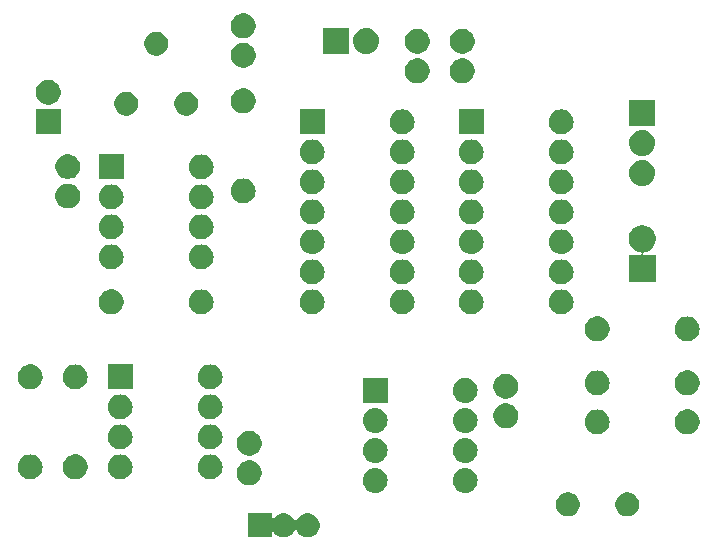
<source format=gbs>
G04 #@! TF.GenerationSoftware,KiCad,Pcbnew,5.0.2-bee76a0~70~ubuntu16.04.1*
G04 #@! TF.CreationDate,2020-01-09T22:15:49-06:00*
G04 #@! TF.ProjectId,8-Bit-Computer-Clock-Module,382d4269-742d-4436-9f6d-70757465722d,rev?*
G04 #@! TF.SameCoordinates,Original*
G04 #@! TF.FileFunction,Soldermask,Bot*
G04 #@! TF.FilePolarity,Negative*
%FSLAX46Y46*%
G04 Gerber Fmt 4.6, Leading zero omitted, Abs format (unit mm)*
G04 Created by KiCad (PCBNEW 5.0.2-bee76a0~70~ubuntu16.04.1) date jue 09 ene 2020 22:15:49 CST*
%MOMM*%
%LPD*%
G01*
G04 APERTURE LIST*
%ADD10C,0.100000*%
G04 APERTURE END LIST*
D10*
G36*
X112137000Y-122863917D02*
X112139402Y-122888303D01*
X112146515Y-122911752D01*
X112158066Y-122933363D01*
X112173612Y-122952305D01*
X112192554Y-122967851D01*
X112214165Y-122979402D01*
X112237614Y-122986515D01*
X112262000Y-122988917D01*
X112286386Y-122986515D01*
X112309835Y-122979402D01*
X112331446Y-122967851D01*
X112350388Y-122952305D01*
X112365928Y-122933370D01*
X112370928Y-122925887D01*
X112511887Y-122784928D01*
X112677638Y-122674177D01*
X112861810Y-122597890D01*
X113057327Y-122559000D01*
X113256673Y-122559000D01*
X113452190Y-122597890D01*
X113636362Y-122674177D01*
X113802113Y-122784928D01*
X113943072Y-122925887D01*
X114053823Y-123091638D01*
X114057520Y-123100564D01*
X114069066Y-123122164D01*
X114084612Y-123141106D01*
X114103554Y-123156652D01*
X114125165Y-123168203D01*
X114148614Y-123175316D01*
X114173000Y-123177718D01*
X114197386Y-123175316D01*
X114220836Y-123168203D01*
X114242446Y-123156652D01*
X114261388Y-123141106D01*
X114276934Y-123122164D01*
X114288480Y-123100564D01*
X114292177Y-123091638D01*
X114402928Y-122925887D01*
X114543887Y-122784928D01*
X114709638Y-122674177D01*
X114893810Y-122597890D01*
X115089327Y-122559000D01*
X115288673Y-122559000D01*
X115484190Y-122597890D01*
X115668362Y-122674177D01*
X115834113Y-122784928D01*
X115975072Y-122925887D01*
X116085823Y-123091638D01*
X116162110Y-123275810D01*
X116201000Y-123471327D01*
X116201000Y-123670673D01*
X116162110Y-123866190D01*
X116085823Y-124050362D01*
X115975072Y-124216113D01*
X115834113Y-124357072D01*
X115668362Y-124467823D01*
X115484190Y-124544110D01*
X115288673Y-124583000D01*
X115089327Y-124583000D01*
X114893810Y-124544110D01*
X114709638Y-124467823D01*
X114543887Y-124357072D01*
X114402928Y-124216113D01*
X114292177Y-124050362D01*
X114288480Y-124041436D01*
X114276934Y-124019836D01*
X114261388Y-124000894D01*
X114242446Y-123985348D01*
X114220835Y-123973797D01*
X114197386Y-123966684D01*
X114173000Y-123964282D01*
X114148614Y-123966684D01*
X114125164Y-123973797D01*
X114103554Y-123985348D01*
X114084612Y-124000894D01*
X114069066Y-124019836D01*
X114057520Y-124041436D01*
X114053823Y-124050362D01*
X113943072Y-124216113D01*
X113802113Y-124357072D01*
X113636362Y-124467823D01*
X113452190Y-124544110D01*
X113256673Y-124583000D01*
X113057327Y-124583000D01*
X112861810Y-124544110D01*
X112677638Y-124467823D01*
X112511887Y-124357072D01*
X112370928Y-124216113D01*
X112365928Y-124208630D01*
X112350388Y-124189694D01*
X112331445Y-124174149D01*
X112309834Y-124162598D01*
X112286385Y-124155485D01*
X112261999Y-124153083D01*
X112237613Y-124155485D01*
X112214164Y-124162598D01*
X112192553Y-124174150D01*
X112173611Y-124189695D01*
X112158066Y-124208638D01*
X112146515Y-124230249D01*
X112139402Y-124253698D01*
X112137000Y-124278083D01*
X112137000Y-124583000D01*
X110113000Y-124583000D01*
X110113000Y-122559000D01*
X112137000Y-122559000D01*
X112137000Y-122863917D01*
X112137000Y-122863917D01*
G37*
G36*
X142535190Y-120819890D02*
X142719362Y-120896177D01*
X142885113Y-121006928D01*
X143026072Y-121147887D01*
X143136823Y-121313638D01*
X143213110Y-121497810D01*
X143252000Y-121693327D01*
X143252000Y-121892673D01*
X143213110Y-122088190D01*
X143136823Y-122272362D01*
X143026072Y-122438113D01*
X142885113Y-122579072D01*
X142719362Y-122689823D01*
X142535190Y-122766110D01*
X142339673Y-122805000D01*
X142140327Y-122805000D01*
X141944810Y-122766110D01*
X141760638Y-122689823D01*
X141594887Y-122579072D01*
X141453928Y-122438113D01*
X141343177Y-122272362D01*
X141266890Y-122088190D01*
X141228000Y-121892673D01*
X141228000Y-121693327D01*
X141266890Y-121497810D01*
X141343177Y-121313638D01*
X141453928Y-121147887D01*
X141594887Y-121006928D01*
X141760638Y-120896177D01*
X141944810Y-120819890D01*
X142140327Y-120781000D01*
X142339673Y-120781000D01*
X142535190Y-120819890D01*
X142535190Y-120819890D01*
G37*
G36*
X137518690Y-120819890D02*
X137702862Y-120896177D01*
X137868613Y-121006928D01*
X138009572Y-121147887D01*
X138120323Y-121313638D01*
X138196610Y-121497810D01*
X138235500Y-121693327D01*
X138235500Y-121892673D01*
X138196610Y-122088190D01*
X138120323Y-122272362D01*
X138009572Y-122438113D01*
X137868613Y-122579072D01*
X137702862Y-122689823D01*
X137518690Y-122766110D01*
X137323173Y-122805000D01*
X137123827Y-122805000D01*
X136928310Y-122766110D01*
X136744138Y-122689823D01*
X136578387Y-122579072D01*
X136437428Y-122438113D01*
X136326677Y-122272362D01*
X136250390Y-122088190D01*
X136211500Y-121892673D01*
X136211500Y-121693327D01*
X136250390Y-121497810D01*
X136326677Y-121313638D01*
X136437428Y-121147887D01*
X136578387Y-121006928D01*
X136744138Y-120896177D01*
X136928310Y-120819890D01*
X137123827Y-120781000D01*
X137323173Y-120781000D01*
X137518690Y-120819890D01*
X137518690Y-120819890D01*
G37*
G36*
X121032707Y-118718596D02*
X121109836Y-118726193D01*
X121241787Y-118766220D01*
X121307763Y-118786233D01*
X121490172Y-118883733D01*
X121650054Y-119014946D01*
X121781267Y-119174828D01*
X121878767Y-119357237D01*
X121878767Y-119357238D01*
X121938807Y-119555164D01*
X121959080Y-119761000D01*
X121938807Y-119966836D01*
X121911609Y-120056497D01*
X121878767Y-120164763D01*
X121781267Y-120347172D01*
X121650054Y-120507054D01*
X121490172Y-120638267D01*
X121307763Y-120735767D01*
X121241787Y-120755780D01*
X121109836Y-120795807D01*
X121032707Y-120803403D01*
X120955580Y-120811000D01*
X120852420Y-120811000D01*
X120775293Y-120803403D01*
X120698164Y-120795807D01*
X120566213Y-120755780D01*
X120500237Y-120735767D01*
X120317828Y-120638267D01*
X120157946Y-120507054D01*
X120026733Y-120347172D01*
X119929233Y-120164763D01*
X119896391Y-120056497D01*
X119869193Y-119966836D01*
X119848920Y-119761000D01*
X119869193Y-119555164D01*
X119929233Y-119357238D01*
X119929233Y-119357237D01*
X120026733Y-119174828D01*
X120157946Y-119014946D01*
X120317828Y-118883733D01*
X120500237Y-118786233D01*
X120566213Y-118766220D01*
X120698164Y-118726193D01*
X120775293Y-118718596D01*
X120852420Y-118711000D01*
X120955580Y-118711000D01*
X121032707Y-118718596D01*
X121032707Y-118718596D01*
G37*
G36*
X128652707Y-118718596D02*
X128729836Y-118726193D01*
X128861787Y-118766220D01*
X128927763Y-118786233D01*
X129110172Y-118883733D01*
X129270054Y-119014946D01*
X129401267Y-119174828D01*
X129498767Y-119357237D01*
X129498767Y-119357238D01*
X129558807Y-119555164D01*
X129579080Y-119761000D01*
X129558807Y-119966836D01*
X129531609Y-120056497D01*
X129498767Y-120164763D01*
X129401267Y-120347172D01*
X129270054Y-120507054D01*
X129110172Y-120638267D01*
X128927763Y-120735767D01*
X128861787Y-120755780D01*
X128729836Y-120795807D01*
X128652707Y-120803403D01*
X128575580Y-120811000D01*
X128472420Y-120811000D01*
X128395293Y-120803403D01*
X128318164Y-120795807D01*
X128186213Y-120755780D01*
X128120237Y-120735767D01*
X127937828Y-120638267D01*
X127777946Y-120507054D01*
X127646733Y-120347172D01*
X127549233Y-120164763D01*
X127516391Y-120056497D01*
X127489193Y-119966836D01*
X127468920Y-119761000D01*
X127489193Y-119555164D01*
X127549233Y-119357238D01*
X127549233Y-119357237D01*
X127646733Y-119174828D01*
X127777946Y-119014946D01*
X127937828Y-118883733D01*
X128120237Y-118786233D01*
X128186213Y-118766220D01*
X128318164Y-118726193D01*
X128395293Y-118718596D01*
X128472420Y-118711000D01*
X128575580Y-118711000D01*
X128652707Y-118718596D01*
X128652707Y-118718596D01*
G37*
G36*
X110361888Y-118080470D02*
X110542274Y-118116350D01*
X110733362Y-118195502D01*
X110905336Y-118310411D01*
X111051589Y-118456664D01*
X111166498Y-118628638D01*
X111245650Y-118819726D01*
X111266445Y-118924274D01*
X111285837Y-119021762D01*
X111286000Y-119022584D01*
X111286000Y-119229416D01*
X111245650Y-119432274D01*
X111166498Y-119623362D01*
X111051589Y-119795336D01*
X110905336Y-119941589D01*
X110733362Y-120056498D01*
X110542274Y-120135650D01*
X110361888Y-120171530D01*
X110339417Y-120176000D01*
X110132583Y-120176000D01*
X110110112Y-120171530D01*
X109929726Y-120135650D01*
X109738638Y-120056498D01*
X109566664Y-119941589D01*
X109420411Y-119795336D01*
X109305502Y-119623362D01*
X109226350Y-119432274D01*
X109186000Y-119229416D01*
X109186000Y-119022584D01*
X109186164Y-119021762D01*
X109205555Y-118924274D01*
X109226350Y-118819726D01*
X109305502Y-118628638D01*
X109420411Y-118456664D01*
X109566664Y-118310411D01*
X109738638Y-118195502D01*
X109929726Y-118116350D01*
X110110112Y-118080470D01*
X110132583Y-118076000D01*
X110339417Y-118076000D01*
X110361888Y-118080470D01*
X110361888Y-118080470D01*
G37*
G36*
X95629888Y-117572470D02*
X95810274Y-117608350D01*
X96001362Y-117687502D01*
X96173336Y-117802411D01*
X96319589Y-117948664D01*
X96434498Y-118120638D01*
X96513650Y-118311726D01*
X96554000Y-118514584D01*
X96554000Y-118721416D01*
X96513650Y-118924274D01*
X96434498Y-119115362D01*
X96319589Y-119287336D01*
X96173336Y-119433589D01*
X96001362Y-119548498D01*
X95810274Y-119627650D01*
X95629888Y-119663530D01*
X95607417Y-119668000D01*
X95400583Y-119668000D01*
X95378112Y-119663530D01*
X95197726Y-119627650D01*
X95006638Y-119548498D01*
X94834664Y-119433589D01*
X94688411Y-119287336D01*
X94573502Y-119115362D01*
X94494350Y-118924274D01*
X94454000Y-118721416D01*
X94454000Y-118514584D01*
X94494350Y-118311726D01*
X94573502Y-118120638D01*
X94688411Y-117948664D01*
X94834664Y-117802411D01*
X95006638Y-117687502D01*
X95197726Y-117608350D01*
X95378112Y-117572470D01*
X95400583Y-117568000D01*
X95607417Y-117568000D01*
X95629888Y-117572470D01*
X95629888Y-117572470D01*
G37*
G36*
X91822707Y-117575596D02*
X91899836Y-117583193D01*
X92031787Y-117623220D01*
X92097763Y-117643233D01*
X92280172Y-117740733D01*
X92440054Y-117871946D01*
X92571267Y-118031828D01*
X92668767Y-118214237D01*
X92668767Y-118214238D01*
X92728807Y-118412164D01*
X92749080Y-118618000D01*
X92728807Y-118823836D01*
X92688780Y-118955787D01*
X92668767Y-119021763D01*
X92571267Y-119204172D01*
X92440054Y-119364054D01*
X92280172Y-119495267D01*
X92097763Y-119592767D01*
X92031787Y-119612780D01*
X91899836Y-119652807D01*
X91822707Y-119660403D01*
X91745580Y-119668000D01*
X91642420Y-119668000D01*
X91565293Y-119660403D01*
X91488164Y-119652807D01*
X91356213Y-119612780D01*
X91290237Y-119592767D01*
X91107828Y-119495267D01*
X90947946Y-119364054D01*
X90816733Y-119204172D01*
X90719233Y-119021763D01*
X90699220Y-118955787D01*
X90659193Y-118823836D01*
X90638920Y-118618000D01*
X90659193Y-118412164D01*
X90719233Y-118214238D01*
X90719233Y-118214237D01*
X90816733Y-118031828D01*
X90947946Y-117871946D01*
X91107828Y-117740733D01*
X91290237Y-117643233D01*
X91356213Y-117623220D01*
X91488164Y-117583193D01*
X91565293Y-117575596D01*
X91642420Y-117568000D01*
X91745580Y-117568000D01*
X91822707Y-117575596D01*
X91822707Y-117575596D01*
G37*
G36*
X99442707Y-117575596D02*
X99519836Y-117583193D01*
X99651787Y-117623220D01*
X99717763Y-117643233D01*
X99900172Y-117740733D01*
X100060054Y-117871946D01*
X100191267Y-118031828D01*
X100288767Y-118214237D01*
X100288767Y-118214238D01*
X100348807Y-118412164D01*
X100369080Y-118618000D01*
X100348807Y-118823836D01*
X100308780Y-118955787D01*
X100288767Y-119021763D01*
X100191267Y-119204172D01*
X100060054Y-119364054D01*
X99900172Y-119495267D01*
X99717763Y-119592767D01*
X99651787Y-119612780D01*
X99519836Y-119652807D01*
X99442707Y-119660403D01*
X99365580Y-119668000D01*
X99262420Y-119668000D01*
X99185293Y-119660403D01*
X99108164Y-119652807D01*
X98976213Y-119612780D01*
X98910237Y-119592767D01*
X98727828Y-119495267D01*
X98567946Y-119364054D01*
X98436733Y-119204172D01*
X98339233Y-119021763D01*
X98319220Y-118955787D01*
X98279193Y-118823836D01*
X98258920Y-118618000D01*
X98279193Y-118412164D01*
X98339233Y-118214238D01*
X98339233Y-118214237D01*
X98436733Y-118031828D01*
X98567946Y-117871946D01*
X98727828Y-117740733D01*
X98910237Y-117643233D01*
X98976213Y-117623220D01*
X99108164Y-117583193D01*
X99185293Y-117575596D01*
X99262420Y-117568000D01*
X99365580Y-117568000D01*
X99442707Y-117575596D01*
X99442707Y-117575596D01*
G37*
G36*
X107062707Y-117575596D02*
X107139836Y-117583193D01*
X107271787Y-117623220D01*
X107337763Y-117643233D01*
X107520172Y-117740733D01*
X107680054Y-117871946D01*
X107811267Y-118031828D01*
X107908767Y-118214237D01*
X107908767Y-118214238D01*
X107968807Y-118412164D01*
X107989080Y-118618000D01*
X107968807Y-118823836D01*
X107928780Y-118955787D01*
X107908767Y-119021763D01*
X107811267Y-119204172D01*
X107680054Y-119364054D01*
X107520172Y-119495267D01*
X107337763Y-119592767D01*
X107271787Y-119612780D01*
X107139836Y-119652807D01*
X107062707Y-119660403D01*
X106985580Y-119668000D01*
X106882420Y-119668000D01*
X106805293Y-119660403D01*
X106728164Y-119652807D01*
X106596213Y-119612780D01*
X106530237Y-119592767D01*
X106347828Y-119495267D01*
X106187946Y-119364054D01*
X106056733Y-119204172D01*
X105959233Y-119021763D01*
X105939220Y-118955787D01*
X105899193Y-118823836D01*
X105878920Y-118618000D01*
X105899193Y-118412164D01*
X105959233Y-118214238D01*
X105959233Y-118214237D01*
X106056733Y-118031828D01*
X106187946Y-117871946D01*
X106347828Y-117740733D01*
X106530237Y-117643233D01*
X106596213Y-117623220D01*
X106728164Y-117583193D01*
X106805293Y-117575596D01*
X106882420Y-117568000D01*
X106985580Y-117568000D01*
X107062707Y-117575596D01*
X107062707Y-117575596D01*
G37*
G36*
X128652707Y-116178596D02*
X128729836Y-116186193D01*
X128861787Y-116226220D01*
X128927763Y-116246233D01*
X129110172Y-116343733D01*
X129270054Y-116474946D01*
X129401267Y-116634828D01*
X129498767Y-116817237D01*
X129498767Y-116817238D01*
X129558807Y-117015164D01*
X129579080Y-117221000D01*
X129558807Y-117426836D01*
X129519475Y-117556497D01*
X129498767Y-117624763D01*
X129401267Y-117807172D01*
X129270054Y-117967054D01*
X129110172Y-118098267D01*
X128927763Y-118195767D01*
X128866874Y-118214237D01*
X128729836Y-118255807D01*
X128652707Y-118263403D01*
X128575580Y-118271000D01*
X128472420Y-118271000D01*
X128395293Y-118263403D01*
X128318164Y-118255807D01*
X128181126Y-118214237D01*
X128120237Y-118195767D01*
X127937828Y-118098267D01*
X127777946Y-117967054D01*
X127646733Y-117807172D01*
X127549233Y-117624763D01*
X127528525Y-117556497D01*
X127489193Y-117426836D01*
X127468920Y-117221000D01*
X127489193Y-117015164D01*
X127549233Y-116817238D01*
X127549233Y-116817237D01*
X127646733Y-116634828D01*
X127777946Y-116474946D01*
X127937828Y-116343733D01*
X128120237Y-116246233D01*
X128186213Y-116226220D01*
X128318164Y-116186193D01*
X128395293Y-116178596D01*
X128472420Y-116171000D01*
X128575580Y-116171000D01*
X128652707Y-116178596D01*
X128652707Y-116178596D01*
G37*
G36*
X121032707Y-116178596D02*
X121109836Y-116186193D01*
X121241787Y-116226220D01*
X121307763Y-116246233D01*
X121490172Y-116343733D01*
X121650054Y-116474946D01*
X121781267Y-116634828D01*
X121878767Y-116817237D01*
X121878767Y-116817238D01*
X121938807Y-117015164D01*
X121959080Y-117221000D01*
X121938807Y-117426836D01*
X121899475Y-117556497D01*
X121878767Y-117624763D01*
X121781267Y-117807172D01*
X121650054Y-117967054D01*
X121490172Y-118098267D01*
X121307763Y-118195767D01*
X121246874Y-118214237D01*
X121109836Y-118255807D01*
X121032707Y-118263403D01*
X120955580Y-118271000D01*
X120852420Y-118271000D01*
X120775293Y-118263403D01*
X120698164Y-118255807D01*
X120561126Y-118214237D01*
X120500237Y-118195767D01*
X120317828Y-118098267D01*
X120157946Y-117967054D01*
X120026733Y-117807172D01*
X119929233Y-117624763D01*
X119908525Y-117556497D01*
X119869193Y-117426836D01*
X119848920Y-117221000D01*
X119869193Y-117015164D01*
X119929233Y-116817238D01*
X119929233Y-116817237D01*
X120026733Y-116634828D01*
X120157946Y-116474946D01*
X120317828Y-116343733D01*
X120500237Y-116246233D01*
X120566213Y-116226220D01*
X120698164Y-116186193D01*
X120775293Y-116178596D01*
X120852420Y-116171000D01*
X120955580Y-116171000D01*
X121032707Y-116178596D01*
X121032707Y-116178596D01*
G37*
G36*
X110361888Y-115580470D02*
X110542274Y-115616350D01*
X110733362Y-115695502D01*
X110905336Y-115810411D01*
X111051589Y-115956664D01*
X111166498Y-116128638D01*
X111245650Y-116319726D01*
X111286000Y-116522584D01*
X111286000Y-116729416D01*
X111245650Y-116932274D01*
X111166498Y-117123362D01*
X111051589Y-117295336D01*
X110905336Y-117441589D01*
X110733362Y-117556498D01*
X110542274Y-117635650D01*
X110361888Y-117671530D01*
X110339417Y-117676000D01*
X110132583Y-117676000D01*
X110110112Y-117671530D01*
X109929726Y-117635650D01*
X109738638Y-117556498D01*
X109566664Y-117441589D01*
X109420411Y-117295336D01*
X109305502Y-117123362D01*
X109226350Y-116932274D01*
X109186000Y-116729416D01*
X109186000Y-116522584D01*
X109226350Y-116319726D01*
X109305502Y-116128638D01*
X109420411Y-115956664D01*
X109566664Y-115810411D01*
X109738638Y-115695502D01*
X109929726Y-115616350D01*
X110110112Y-115580470D01*
X110132583Y-115576000D01*
X110339417Y-115576000D01*
X110361888Y-115580470D01*
X110361888Y-115580470D01*
G37*
G36*
X107062707Y-115035596D02*
X107139836Y-115043193D01*
X107271787Y-115083220D01*
X107337763Y-115103233D01*
X107520172Y-115200733D01*
X107680054Y-115331946D01*
X107811267Y-115491828D01*
X107908767Y-115674237D01*
X107915218Y-115695503D01*
X107968807Y-115872164D01*
X107989080Y-116078000D01*
X107968807Y-116283836D01*
X107928780Y-116415787D01*
X107908767Y-116481763D01*
X107811267Y-116664172D01*
X107680054Y-116824054D01*
X107520172Y-116955267D01*
X107337763Y-117052767D01*
X107271787Y-117072780D01*
X107139836Y-117112807D01*
X107062707Y-117120404D01*
X106985580Y-117128000D01*
X106882420Y-117128000D01*
X106805293Y-117120404D01*
X106728164Y-117112807D01*
X106596213Y-117072780D01*
X106530237Y-117052767D01*
X106347828Y-116955267D01*
X106187946Y-116824054D01*
X106056733Y-116664172D01*
X105959233Y-116481763D01*
X105939220Y-116415787D01*
X105899193Y-116283836D01*
X105878920Y-116078000D01*
X105899193Y-115872164D01*
X105952782Y-115695503D01*
X105959233Y-115674237D01*
X106056733Y-115491828D01*
X106187946Y-115331946D01*
X106347828Y-115200733D01*
X106530237Y-115103233D01*
X106596213Y-115083220D01*
X106728164Y-115043193D01*
X106805293Y-115035596D01*
X106882420Y-115028000D01*
X106985580Y-115028000D01*
X107062707Y-115035596D01*
X107062707Y-115035596D01*
G37*
G36*
X99442707Y-115035596D02*
X99519836Y-115043193D01*
X99651787Y-115083220D01*
X99717763Y-115103233D01*
X99900172Y-115200733D01*
X100060054Y-115331946D01*
X100191267Y-115491828D01*
X100288767Y-115674237D01*
X100295218Y-115695503D01*
X100348807Y-115872164D01*
X100369080Y-116078000D01*
X100348807Y-116283836D01*
X100308780Y-116415787D01*
X100288767Y-116481763D01*
X100191267Y-116664172D01*
X100060054Y-116824054D01*
X99900172Y-116955267D01*
X99717763Y-117052767D01*
X99651787Y-117072780D01*
X99519836Y-117112807D01*
X99442707Y-117120404D01*
X99365580Y-117128000D01*
X99262420Y-117128000D01*
X99185293Y-117120404D01*
X99108164Y-117112807D01*
X98976213Y-117072780D01*
X98910237Y-117052767D01*
X98727828Y-116955267D01*
X98567946Y-116824054D01*
X98436733Y-116664172D01*
X98339233Y-116481763D01*
X98319220Y-116415787D01*
X98279193Y-116283836D01*
X98258920Y-116078000D01*
X98279193Y-115872164D01*
X98332782Y-115695503D01*
X98339233Y-115674237D01*
X98436733Y-115491828D01*
X98567946Y-115331946D01*
X98727828Y-115200733D01*
X98910237Y-115103233D01*
X98976213Y-115083220D01*
X99108164Y-115043193D01*
X99185293Y-115035596D01*
X99262420Y-115028000D01*
X99365580Y-115028000D01*
X99442707Y-115035596D01*
X99442707Y-115035596D01*
G37*
G36*
X147445888Y-113762470D02*
X147626274Y-113798350D01*
X147817362Y-113877502D01*
X147989336Y-113992411D01*
X148135589Y-114138664D01*
X148250498Y-114310638D01*
X148329650Y-114501726D01*
X148370000Y-114704584D01*
X148370000Y-114911416D01*
X148329650Y-115114274D01*
X148250498Y-115305362D01*
X148135589Y-115477336D01*
X147989336Y-115623589D01*
X147817362Y-115738498D01*
X147626274Y-115817650D01*
X147445888Y-115853530D01*
X147423417Y-115858000D01*
X147216583Y-115858000D01*
X147194112Y-115853530D01*
X147013726Y-115817650D01*
X146822638Y-115738498D01*
X146650664Y-115623589D01*
X146504411Y-115477336D01*
X146389502Y-115305362D01*
X146310350Y-115114274D01*
X146270000Y-114911416D01*
X146270000Y-114704584D01*
X146310350Y-114501726D01*
X146389502Y-114310638D01*
X146504411Y-114138664D01*
X146650664Y-113992411D01*
X146822638Y-113877502D01*
X147013726Y-113798350D01*
X147194112Y-113762470D01*
X147216583Y-113758000D01*
X147423417Y-113758000D01*
X147445888Y-113762470D01*
X147445888Y-113762470D01*
G37*
G36*
X139828707Y-113765597D02*
X139905836Y-113773193D01*
X140002903Y-113802638D01*
X140103763Y-113833233D01*
X140286172Y-113930733D01*
X140446054Y-114061946D01*
X140577267Y-114221828D01*
X140674767Y-114404237D01*
X140674767Y-114404238D01*
X140734807Y-114602164D01*
X140755080Y-114808000D01*
X140734807Y-115013836D01*
X140703941Y-115115589D01*
X140674767Y-115211763D01*
X140577267Y-115394172D01*
X140446054Y-115554054D01*
X140286172Y-115685267D01*
X140103763Y-115782767D01*
X140037787Y-115802780D01*
X139905836Y-115842807D01*
X139828707Y-115850403D01*
X139751580Y-115858000D01*
X139648420Y-115858000D01*
X139571293Y-115850403D01*
X139494164Y-115842807D01*
X139362213Y-115802780D01*
X139296237Y-115782767D01*
X139113828Y-115685267D01*
X138953946Y-115554054D01*
X138822733Y-115394172D01*
X138725233Y-115211763D01*
X138696059Y-115115589D01*
X138665193Y-115013836D01*
X138644920Y-114808000D01*
X138665193Y-114602164D01*
X138725233Y-114404238D01*
X138725233Y-114404237D01*
X138822733Y-114221828D01*
X138953946Y-114061946D01*
X139113828Y-113930733D01*
X139296237Y-113833233D01*
X139397097Y-113802638D01*
X139494164Y-113773193D01*
X139571293Y-113765597D01*
X139648420Y-113758000D01*
X139751580Y-113758000D01*
X139828707Y-113765597D01*
X139828707Y-113765597D01*
G37*
G36*
X128652707Y-113638596D02*
X128729836Y-113646193D01*
X128861787Y-113686220D01*
X128927763Y-113706233D01*
X129110172Y-113803733D01*
X129270054Y-113934946D01*
X129401267Y-114094828D01*
X129498767Y-114277237D01*
X129498767Y-114277238D01*
X129558807Y-114475164D01*
X129579080Y-114681000D01*
X129558807Y-114886836D01*
X129551350Y-114911417D01*
X129498767Y-115084763D01*
X129401267Y-115267172D01*
X129270054Y-115427054D01*
X129110172Y-115558267D01*
X128927763Y-115655767D01*
X128866874Y-115674237D01*
X128729836Y-115715807D01*
X128652707Y-115723404D01*
X128575580Y-115731000D01*
X128472420Y-115731000D01*
X128395293Y-115723404D01*
X128318164Y-115715807D01*
X128181126Y-115674237D01*
X128120237Y-115655767D01*
X127937828Y-115558267D01*
X127777946Y-115427054D01*
X127646733Y-115267172D01*
X127549233Y-115084763D01*
X127496650Y-114911417D01*
X127489193Y-114886836D01*
X127468920Y-114681000D01*
X127489193Y-114475164D01*
X127549233Y-114277238D01*
X127549233Y-114277237D01*
X127646733Y-114094828D01*
X127777946Y-113934946D01*
X127937828Y-113803733D01*
X128120237Y-113706233D01*
X128186213Y-113686220D01*
X128318164Y-113646193D01*
X128395293Y-113638596D01*
X128472420Y-113631000D01*
X128575580Y-113631000D01*
X128652707Y-113638596D01*
X128652707Y-113638596D01*
G37*
G36*
X121032707Y-113638596D02*
X121109836Y-113646193D01*
X121241787Y-113686220D01*
X121307763Y-113706233D01*
X121490172Y-113803733D01*
X121650054Y-113934946D01*
X121781267Y-114094828D01*
X121878767Y-114277237D01*
X121878767Y-114277238D01*
X121938807Y-114475164D01*
X121959080Y-114681000D01*
X121938807Y-114886836D01*
X121931350Y-114911417D01*
X121878767Y-115084763D01*
X121781267Y-115267172D01*
X121650054Y-115427054D01*
X121490172Y-115558267D01*
X121307763Y-115655767D01*
X121246874Y-115674237D01*
X121109836Y-115715807D01*
X121032707Y-115723404D01*
X120955580Y-115731000D01*
X120852420Y-115731000D01*
X120775293Y-115723404D01*
X120698164Y-115715807D01*
X120561126Y-115674237D01*
X120500237Y-115655767D01*
X120317828Y-115558267D01*
X120157946Y-115427054D01*
X120026733Y-115267172D01*
X119929233Y-115084763D01*
X119876650Y-114911417D01*
X119869193Y-114886836D01*
X119848920Y-114681000D01*
X119869193Y-114475164D01*
X119929233Y-114277238D01*
X119929233Y-114277237D01*
X120026733Y-114094828D01*
X120157946Y-113934946D01*
X120317828Y-113803733D01*
X120500237Y-113706233D01*
X120566213Y-113686220D01*
X120698164Y-113646193D01*
X120775293Y-113638596D01*
X120852420Y-113631000D01*
X120955580Y-113631000D01*
X121032707Y-113638596D01*
X121032707Y-113638596D01*
G37*
G36*
X132078888Y-113254470D02*
X132259274Y-113290350D01*
X132450362Y-113369502D01*
X132622336Y-113484411D01*
X132768589Y-113630664D01*
X132883498Y-113802638D01*
X132962650Y-113993726D01*
X132991479Y-114138664D01*
X133003000Y-114196583D01*
X133003000Y-114403417D01*
X133000643Y-114415267D01*
X132962650Y-114606274D01*
X132883498Y-114797362D01*
X132768589Y-114969336D01*
X132622336Y-115115589D01*
X132450362Y-115230498D01*
X132259274Y-115309650D01*
X132078888Y-115345530D01*
X132056417Y-115350000D01*
X131849583Y-115350000D01*
X131827112Y-115345530D01*
X131646726Y-115309650D01*
X131455638Y-115230498D01*
X131283664Y-115115589D01*
X131137411Y-114969336D01*
X131022502Y-114797362D01*
X130943350Y-114606274D01*
X130905357Y-114415267D01*
X130903000Y-114403417D01*
X130903000Y-114196583D01*
X130914521Y-114138664D01*
X130943350Y-113993726D01*
X131022502Y-113802638D01*
X131137411Y-113630664D01*
X131283664Y-113484411D01*
X131455638Y-113369502D01*
X131646726Y-113290350D01*
X131827112Y-113254470D01*
X131849583Y-113250000D01*
X132056417Y-113250000D01*
X132078888Y-113254470D01*
X132078888Y-113254470D01*
G37*
G36*
X107062707Y-112495596D02*
X107139836Y-112503193D01*
X107263833Y-112540807D01*
X107337763Y-112563233D01*
X107520172Y-112660733D01*
X107680054Y-112791946D01*
X107811267Y-112951828D01*
X107908767Y-113134237D01*
X107908767Y-113134238D01*
X107968807Y-113332164D01*
X107989080Y-113538000D01*
X107968807Y-113743836D01*
X107941689Y-113833233D01*
X107908767Y-113941763D01*
X107811267Y-114124172D01*
X107680054Y-114284054D01*
X107520172Y-114415267D01*
X107337763Y-114512767D01*
X107271787Y-114532780D01*
X107139836Y-114572807D01*
X107062707Y-114580404D01*
X106985580Y-114588000D01*
X106882420Y-114588000D01*
X106805293Y-114580404D01*
X106728164Y-114572807D01*
X106596213Y-114532780D01*
X106530237Y-114512767D01*
X106347828Y-114415267D01*
X106187946Y-114284054D01*
X106056733Y-114124172D01*
X105959233Y-113941763D01*
X105926311Y-113833233D01*
X105899193Y-113743836D01*
X105878920Y-113538000D01*
X105899193Y-113332164D01*
X105959233Y-113134238D01*
X105959233Y-113134237D01*
X106056733Y-112951828D01*
X106187946Y-112791946D01*
X106347828Y-112660733D01*
X106530237Y-112563233D01*
X106604167Y-112540807D01*
X106728164Y-112503193D01*
X106805293Y-112495596D01*
X106882420Y-112488000D01*
X106985580Y-112488000D01*
X107062707Y-112495596D01*
X107062707Y-112495596D01*
G37*
G36*
X99442707Y-112495596D02*
X99519836Y-112503193D01*
X99643833Y-112540807D01*
X99717763Y-112563233D01*
X99900172Y-112660733D01*
X100060054Y-112791946D01*
X100191267Y-112951828D01*
X100288767Y-113134237D01*
X100288767Y-113134238D01*
X100348807Y-113332164D01*
X100369080Y-113538000D01*
X100348807Y-113743836D01*
X100321689Y-113833233D01*
X100288767Y-113941763D01*
X100191267Y-114124172D01*
X100060054Y-114284054D01*
X99900172Y-114415267D01*
X99717763Y-114512767D01*
X99651787Y-114532780D01*
X99519836Y-114572807D01*
X99442707Y-114580404D01*
X99365580Y-114588000D01*
X99262420Y-114588000D01*
X99185293Y-114580404D01*
X99108164Y-114572807D01*
X98976213Y-114532780D01*
X98910237Y-114512767D01*
X98727828Y-114415267D01*
X98567946Y-114284054D01*
X98436733Y-114124172D01*
X98339233Y-113941763D01*
X98306311Y-113833233D01*
X98279193Y-113743836D01*
X98258920Y-113538000D01*
X98279193Y-113332164D01*
X98339233Y-113134238D01*
X98339233Y-113134237D01*
X98436733Y-112951828D01*
X98567946Y-112791946D01*
X98727828Y-112660733D01*
X98910237Y-112563233D01*
X98984167Y-112540807D01*
X99108164Y-112503193D01*
X99185293Y-112495596D01*
X99262420Y-112488000D01*
X99365580Y-112488000D01*
X99442707Y-112495596D01*
X99442707Y-112495596D01*
G37*
G36*
X121954000Y-113191000D02*
X119854000Y-113191000D01*
X119854000Y-111091000D01*
X121954000Y-111091000D01*
X121954000Y-113191000D01*
X121954000Y-113191000D01*
G37*
G36*
X128652707Y-111098596D02*
X128729836Y-111106193D01*
X128810496Y-111130661D01*
X128927763Y-111166233D01*
X129110172Y-111263733D01*
X129270054Y-111394946D01*
X129401267Y-111554828D01*
X129498767Y-111737237D01*
X129498767Y-111737238D01*
X129558807Y-111935164D01*
X129579080Y-112141000D01*
X129558807Y-112346836D01*
X129531609Y-112436497D01*
X129498767Y-112544763D01*
X129401267Y-112727172D01*
X129270054Y-112887054D01*
X129110172Y-113018267D01*
X128927763Y-113115767D01*
X128866874Y-113134237D01*
X128729836Y-113175807D01*
X128652707Y-113183404D01*
X128575580Y-113191000D01*
X128472420Y-113191000D01*
X128395293Y-113183404D01*
X128318164Y-113175807D01*
X128181126Y-113134237D01*
X128120237Y-113115767D01*
X127937828Y-113018267D01*
X127777946Y-112887054D01*
X127646733Y-112727172D01*
X127549233Y-112544763D01*
X127516391Y-112436497D01*
X127489193Y-112346836D01*
X127468920Y-112141000D01*
X127489193Y-111935164D01*
X127549233Y-111737238D01*
X127549233Y-111737237D01*
X127646733Y-111554828D01*
X127777946Y-111394946D01*
X127937828Y-111263733D01*
X128120237Y-111166233D01*
X128237504Y-111130661D01*
X128318164Y-111106193D01*
X128395293Y-111098596D01*
X128472420Y-111091000D01*
X128575580Y-111091000D01*
X128652707Y-111098596D01*
X128652707Y-111098596D01*
G37*
G36*
X132078888Y-110754470D02*
X132259274Y-110790350D01*
X132450362Y-110869502D01*
X132622336Y-110984411D01*
X132768589Y-111130664D01*
X132883498Y-111302638D01*
X132962650Y-111493726D01*
X133003000Y-111696584D01*
X133003000Y-111903416D01*
X132962650Y-112106274D01*
X132883498Y-112297362D01*
X132768589Y-112469336D01*
X132622336Y-112615589D01*
X132450362Y-112730498D01*
X132259274Y-112809650D01*
X132078888Y-112845530D01*
X132056417Y-112850000D01*
X131849583Y-112850000D01*
X131827112Y-112845530D01*
X131646726Y-112809650D01*
X131455638Y-112730498D01*
X131283664Y-112615589D01*
X131137411Y-112469336D01*
X131022502Y-112297362D01*
X130943350Y-112106274D01*
X130903000Y-111903416D01*
X130903000Y-111696584D01*
X130943350Y-111493726D01*
X131022502Y-111302638D01*
X131137411Y-111130664D01*
X131283664Y-110984411D01*
X131455638Y-110869502D01*
X131646726Y-110790350D01*
X131827112Y-110754470D01*
X131849583Y-110750000D01*
X132056417Y-110750000D01*
X132078888Y-110754470D01*
X132078888Y-110754470D01*
G37*
G36*
X147445888Y-110460470D02*
X147626274Y-110496350D01*
X147817362Y-110575502D01*
X147989336Y-110690411D01*
X148135589Y-110836664D01*
X148250498Y-111008638D01*
X148329650Y-111199726D01*
X148350445Y-111304274D01*
X148369837Y-111401762D01*
X148370000Y-111402584D01*
X148370000Y-111609416D01*
X148329650Y-111812274D01*
X148250498Y-112003362D01*
X148135589Y-112175336D01*
X147989336Y-112321589D01*
X147817362Y-112436498D01*
X147626274Y-112515650D01*
X147445888Y-112551530D01*
X147423417Y-112556000D01*
X147216583Y-112556000D01*
X147194112Y-112551530D01*
X147013726Y-112515650D01*
X146822638Y-112436498D01*
X146650664Y-112321589D01*
X146504411Y-112175336D01*
X146389502Y-112003362D01*
X146310350Y-111812274D01*
X146270000Y-111609416D01*
X146270000Y-111402584D01*
X146270164Y-111401762D01*
X146289555Y-111304274D01*
X146310350Y-111199726D01*
X146389502Y-111008638D01*
X146504411Y-110836664D01*
X146650664Y-110690411D01*
X146822638Y-110575502D01*
X147013726Y-110496350D01*
X147194112Y-110460470D01*
X147216583Y-110456000D01*
X147423417Y-110456000D01*
X147445888Y-110460470D01*
X147445888Y-110460470D01*
G37*
G36*
X139828707Y-110463596D02*
X139905836Y-110471193D01*
X140002903Y-110500638D01*
X140103763Y-110531233D01*
X140286172Y-110628733D01*
X140446054Y-110759946D01*
X140577267Y-110919828D01*
X140674767Y-111102237D01*
X140674767Y-111102238D01*
X140734807Y-111300164D01*
X140755080Y-111506000D01*
X140734807Y-111711836D01*
X140703941Y-111813589D01*
X140674767Y-111909763D01*
X140577267Y-112092172D01*
X140446054Y-112252054D01*
X140286172Y-112383267D01*
X140103763Y-112480767D01*
X140037787Y-112500780D01*
X139905836Y-112540807D01*
X139828707Y-112548404D01*
X139751580Y-112556000D01*
X139648420Y-112556000D01*
X139571293Y-112548404D01*
X139494164Y-112540807D01*
X139362213Y-112500780D01*
X139296237Y-112480767D01*
X139113828Y-112383267D01*
X138953946Y-112252054D01*
X138822733Y-112092172D01*
X138725233Y-111909763D01*
X138696059Y-111813589D01*
X138665193Y-111711836D01*
X138644920Y-111506000D01*
X138665193Y-111300164D01*
X138725233Y-111102238D01*
X138725233Y-111102237D01*
X138822733Y-110919828D01*
X138953946Y-110759946D01*
X139113828Y-110628733D01*
X139296237Y-110531233D01*
X139397097Y-110500638D01*
X139494164Y-110471193D01*
X139571293Y-110463596D01*
X139648420Y-110456000D01*
X139751580Y-110456000D01*
X139828707Y-110463596D01*
X139828707Y-110463596D01*
G37*
G36*
X91819888Y-109952470D02*
X92000274Y-109988350D01*
X92191362Y-110067502D01*
X92363336Y-110182411D01*
X92509589Y-110328664D01*
X92624498Y-110500638D01*
X92703650Y-110691726D01*
X92732479Y-110836664D01*
X92744000Y-110894583D01*
X92744000Y-111101417D01*
X92743050Y-111106193D01*
X92703650Y-111304274D01*
X92624498Y-111495362D01*
X92509589Y-111667336D01*
X92363336Y-111813589D01*
X92191362Y-111928498D01*
X92000274Y-112007650D01*
X91819888Y-112043530D01*
X91797417Y-112048000D01*
X91590583Y-112048000D01*
X91568112Y-112043530D01*
X91387726Y-112007650D01*
X91196638Y-111928498D01*
X91024664Y-111813589D01*
X90878411Y-111667336D01*
X90763502Y-111495362D01*
X90684350Y-111304274D01*
X90644950Y-111106193D01*
X90644000Y-111101417D01*
X90644000Y-110894583D01*
X90655521Y-110836664D01*
X90684350Y-110691726D01*
X90763502Y-110500638D01*
X90878411Y-110328664D01*
X91024664Y-110182411D01*
X91196638Y-110067502D01*
X91387726Y-109988350D01*
X91568112Y-109952470D01*
X91590583Y-109948000D01*
X91797417Y-109948000D01*
X91819888Y-109952470D01*
X91819888Y-109952470D01*
G37*
G36*
X95632707Y-109955596D02*
X95709836Y-109963193D01*
X95841787Y-110003220D01*
X95907763Y-110023233D01*
X96090172Y-110120733D01*
X96250054Y-110251946D01*
X96381267Y-110411828D01*
X96478767Y-110594237D01*
X96478767Y-110594238D01*
X96538807Y-110792164D01*
X96559080Y-110998000D01*
X96538807Y-111203836D01*
X96498780Y-111335787D01*
X96478767Y-111401763D01*
X96381267Y-111584172D01*
X96250054Y-111744054D01*
X96090172Y-111875267D01*
X95907763Y-111972767D01*
X95841787Y-111992780D01*
X95709836Y-112032807D01*
X95632707Y-112040403D01*
X95555580Y-112048000D01*
X95452420Y-112048000D01*
X95375293Y-112040403D01*
X95298164Y-112032807D01*
X95166213Y-111992780D01*
X95100237Y-111972767D01*
X94917828Y-111875267D01*
X94757946Y-111744054D01*
X94626733Y-111584172D01*
X94529233Y-111401763D01*
X94509220Y-111335787D01*
X94469193Y-111203836D01*
X94448920Y-110998000D01*
X94469193Y-110792164D01*
X94529233Y-110594238D01*
X94529233Y-110594237D01*
X94626733Y-110411828D01*
X94757946Y-110251946D01*
X94917828Y-110120733D01*
X95100237Y-110023233D01*
X95166213Y-110003220D01*
X95298164Y-109963193D01*
X95375293Y-109955596D01*
X95452420Y-109948000D01*
X95555580Y-109948000D01*
X95632707Y-109955596D01*
X95632707Y-109955596D01*
G37*
G36*
X100364000Y-112048000D02*
X98264000Y-112048000D01*
X98264000Y-109948000D01*
X100364000Y-109948000D01*
X100364000Y-112048000D01*
X100364000Y-112048000D01*
G37*
G36*
X107062707Y-109955596D02*
X107139836Y-109963193D01*
X107271787Y-110003220D01*
X107337763Y-110023233D01*
X107520172Y-110120733D01*
X107680054Y-110251946D01*
X107811267Y-110411828D01*
X107908767Y-110594237D01*
X107908767Y-110594238D01*
X107968807Y-110792164D01*
X107989080Y-110998000D01*
X107968807Y-111203836D01*
X107928780Y-111335787D01*
X107908767Y-111401763D01*
X107811267Y-111584172D01*
X107680054Y-111744054D01*
X107520172Y-111875267D01*
X107337763Y-111972767D01*
X107271787Y-111992780D01*
X107139836Y-112032807D01*
X107062707Y-112040403D01*
X106985580Y-112048000D01*
X106882420Y-112048000D01*
X106805293Y-112040403D01*
X106728164Y-112032807D01*
X106596213Y-111992780D01*
X106530237Y-111972767D01*
X106347828Y-111875267D01*
X106187946Y-111744054D01*
X106056733Y-111584172D01*
X105959233Y-111401763D01*
X105939220Y-111335787D01*
X105899193Y-111203836D01*
X105878920Y-110998000D01*
X105899193Y-110792164D01*
X105959233Y-110594238D01*
X105959233Y-110594237D01*
X106056733Y-110411828D01*
X106187946Y-110251946D01*
X106347828Y-110120733D01*
X106530237Y-110023233D01*
X106596213Y-110003220D01*
X106728164Y-109963193D01*
X106805293Y-109955596D01*
X106882420Y-109948000D01*
X106985580Y-109948000D01*
X107062707Y-109955596D01*
X107062707Y-109955596D01*
G37*
G36*
X139825888Y-105888470D02*
X140006274Y-105924350D01*
X140197362Y-106003502D01*
X140369336Y-106118411D01*
X140515589Y-106264664D01*
X140630498Y-106436638D01*
X140709650Y-106627726D01*
X140750000Y-106830584D01*
X140750000Y-107037416D01*
X140709650Y-107240274D01*
X140630498Y-107431362D01*
X140515589Y-107603336D01*
X140369336Y-107749589D01*
X140197362Y-107864498D01*
X140006274Y-107943650D01*
X139825888Y-107979530D01*
X139803417Y-107984000D01*
X139596583Y-107984000D01*
X139574112Y-107979530D01*
X139393726Y-107943650D01*
X139202638Y-107864498D01*
X139030664Y-107749589D01*
X138884411Y-107603336D01*
X138769502Y-107431362D01*
X138690350Y-107240274D01*
X138650000Y-107037416D01*
X138650000Y-106830584D01*
X138690350Y-106627726D01*
X138769502Y-106436638D01*
X138884411Y-106264664D01*
X139030664Y-106118411D01*
X139202638Y-106003502D01*
X139393726Y-105924350D01*
X139574112Y-105888470D01*
X139596583Y-105884000D01*
X139803417Y-105884000D01*
X139825888Y-105888470D01*
X139825888Y-105888470D01*
G37*
G36*
X147448707Y-105891597D02*
X147525836Y-105899193D01*
X147657787Y-105939220D01*
X147723763Y-105959233D01*
X147906172Y-106056733D01*
X148066054Y-106187946D01*
X148197267Y-106347828D01*
X148294767Y-106530237D01*
X148294767Y-106530238D01*
X148354807Y-106728164D01*
X148375080Y-106934000D01*
X148354807Y-107139836D01*
X148314780Y-107271787D01*
X148294767Y-107337763D01*
X148197267Y-107520172D01*
X148066054Y-107680054D01*
X147906172Y-107811267D01*
X147723763Y-107908767D01*
X147657787Y-107928780D01*
X147525836Y-107968807D01*
X147448707Y-107976404D01*
X147371580Y-107984000D01*
X147268420Y-107984000D01*
X147191293Y-107976404D01*
X147114164Y-107968807D01*
X146982213Y-107928780D01*
X146916237Y-107908767D01*
X146733828Y-107811267D01*
X146573946Y-107680054D01*
X146442733Y-107520172D01*
X146345233Y-107337763D01*
X146325220Y-107271787D01*
X146285193Y-107139836D01*
X146264920Y-106934000D01*
X146285193Y-106728164D01*
X146345233Y-106530238D01*
X146345233Y-106530237D01*
X146442733Y-106347828D01*
X146573946Y-106187946D01*
X146733828Y-106056733D01*
X146916237Y-105959233D01*
X146982213Y-105939220D01*
X147114164Y-105899193D01*
X147191293Y-105891597D01*
X147268420Y-105884000D01*
X147371580Y-105884000D01*
X147448707Y-105891597D01*
X147448707Y-105891597D01*
G37*
G36*
X115698707Y-103605596D02*
X115775836Y-103613193D01*
X115907787Y-103653220D01*
X115973763Y-103673233D01*
X116156172Y-103770733D01*
X116316054Y-103901946D01*
X116447267Y-104061828D01*
X116544767Y-104244237D01*
X116544767Y-104244238D01*
X116604807Y-104442164D01*
X116625080Y-104648000D01*
X116604807Y-104853836D01*
X116564780Y-104985787D01*
X116544767Y-105051763D01*
X116447267Y-105234172D01*
X116316054Y-105394054D01*
X116156172Y-105525267D01*
X115973763Y-105622767D01*
X115907787Y-105642780D01*
X115775836Y-105682807D01*
X115698707Y-105690404D01*
X115621580Y-105698000D01*
X115518420Y-105698000D01*
X115441293Y-105690404D01*
X115364164Y-105682807D01*
X115232213Y-105642780D01*
X115166237Y-105622767D01*
X114983828Y-105525267D01*
X114823946Y-105394054D01*
X114692733Y-105234172D01*
X114595233Y-105051763D01*
X114575220Y-104985787D01*
X114535193Y-104853836D01*
X114514920Y-104648000D01*
X114535193Y-104442164D01*
X114595233Y-104244238D01*
X114595233Y-104244237D01*
X114692733Y-104061828D01*
X114823946Y-103901946D01*
X114983828Y-103770733D01*
X115166237Y-103673233D01*
X115232213Y-103653220D01*
X115364164Y-103613193D01*
X115441293Y-103605597D01*
X115518420Y-103598000D01*
X115621580Y-103598000D01*
X115698707Y-103605596D01*
X115698707Y-103605596D01*
G37*
G36*
X123318707Y-103605596D02*
X123395836Y-103613193D01*
X123527787Y-103653220D01*
X123593763Y-103673233D01*
X123776172Y-103770733D01*
X123936054Y-103901946D01*
X124067267Y-104061828D01*
X124164767Y-104244237D01*
X124164767Y-104244238D01*
X124224807Y-104442164D01*
X124245080Y-104648000D01*
X124224807Y-104853836D01*
X124184780Y-104985787D01*
X124164767Y-105051763D01*
X124067267Y-105234172D01*
X123936054Y-105394054D01*
X123776172Y-105525267D01*
X123593763Y-105622767D01*
X123527787Y-105642780D01*
X123395836Y-105682807D01*
X123318707Y-105690404D01*
X123241580Y-105698000D01*
X123138420Y-105698000D01*
X123061293Y-105690404D01*
X122984164Y-105682807D01*
X122852213Y-105642780D01*
X122786237Y-105622767D01*
X122603828Y-105525267D01*
X122443946Y-105394054D01*
X122312733Y-105234172D01*
X122215233Y-105051763D01*
X122195220Y-104985787D01*
X122155193Y-104853836D01*
X122134920Y-104648000D01*
X122155193Y-104442164D01*
X122215233Y-104244238D01*
X122215233Y-104244237D01*
X122312733Y-104061828D01*
X122443946Y-103901946D01*
X122603828Y-103770733D01*
X122786237Y-103673233D01*
X122852213Y-103653220D01*
X122984164Y-103613193D01*
X123061293Y-103605597D01*
X123138420Y-103598000D01*
X123241580Y-103598000D01*
X123318707Y-103605596D01*
X123318707Y-103605596D01*
G37*
G36*
X136780707Y-103605596D02*
X136857836Y-103613193D01*
X136989787Y-103653220D01*
X137055763Y-103673233D01*
X137238172Y-103770733D01*
X137398054Y-103901946D01*
X137529267Y-104061828D01*
X137626767Y-104244237D01*
X137626767Y-104244238D01*
X137686807Y-104442164D01*
X137707080Y-104648000D01*
X137686807Y-104853836D01*
X137646780Y-104985787D01*
X137626767Y-105051763D01*
X137529267Y-105234172D01*
X137398054Y-105394054D01*
X137238172Y-105525267D01*
X137055763Y-105622767D01*
X136989787Y-105642780D01*
X136857836Y-105682807D01*
X136780707Y-105690404D01*
X136703580Y-105698000D01*
X136600420Y-105698000D01*
X136523293Y-105690404D01*
X136446164Y-105682807D01*
X136314213Y-105642780D01*
X136248237Y-105622767D01*
X136065828Y-105525267D01*
X135905946Y-105394054D01*
X135774733Y-105234172D01*
X135677233Y-105051763D01*
X135657220Y-104985787D01*
X135617193Y-104853836D01*
X135596920Y-104648000D01*
X135617193Y-104442164D01*
X135677233Y-104244238D01*
X135677233Y-104244237D01*
X135774733Y-104061828D01*
X135905946Y-103901946D01*
X136065828Y-103770733D01*
X136248237Y-103673233D01*
X136314213Y-103653220D01*
X136446164Y-103613193D01*
X136523293Y-103605597D01*
X136600420Y-103598000D01*
X136703580Y-103598000D01*
X136780707Y-103605596D01*
X136780707Y-103605596D01*
G37*
G36*
X98677888Y-103602470D02*
X98858274Y-103638350D01*
X99049362Y-103717502D01*
X99221336Y-103832411D01*
X99367589Y-103978664D01*
X99482498Y-104150638D01*
X99561650Y-104341726D01*
X99602000Y-104544584D01*
X99602000Y-104751416D01*
X99561650Y-104954274D01*
X99482498Y-105145362D01*
X99367589Y-105317336D01*
X99221336Y-105463589D01*
X99049362Y-105578498D01*
X98858274Y-105657650D01*
X98677888Y-105693530D01*
X98655417Y-105698000D01*
X98448583Y-105698000D01*
X98426112Y-105693530D01*
X98245726Y-105657650D01*
X98054638Y-105578498D01*
X97882664Y-105463589D01*
X97736411Y-105317336D01*
X97621502Y-105145362D01*
X97542350Y-104954274D01*
X97502000Y-104751416D01*
X97502000Y-104544584D01*
X97542350Y-104341726D01*
X97621502Y-104150638D01*
X97736411Y-103978664D01*
X97882664Y-103832411D01*
X98054638Y-103717502D01*
X98245726Y-103638350D01*
X98426112Y-103602470D01*
X98448583Y-103598000D01*
X98655417Y-103598000D01*
X98677888Y-103602470D01*
X98677888Y-103602470D01*
G37*
G36*
X106300707Y-103605596D02*
X106377836Y-103613193D01*
X106509787Y-103653220D01*
X106575763Y-103673233D01*
X106758172Y-103770733D01*
X106918054Y-103901946D01*
X107049267Y-104061828D01*
X107146767Y-104244237D01*
X107146767Y-104244238D01*
X107206807Y-104442164D01*
X107227080Y-104648000D01*
X107206807Y-104853836D01*
X107166780Y-104985787D01*
X107146767Y-105051763D01*
X107049267Y-105234172D01*
X106918054Y-105394054D01*
X106758172Y-105525267D01*
X106575763Y-105622767D01*
X106509787Y-105642780D01*
X106377836Y-105682807D01*
X106300707Y-105690404D01*
X106223580Y-105698000D01*
X106120420Y-105698000D01*
X106043293Y-105690404D01*
X105966164Y-105682807D01*
X105834213Y-105642780D01*
X105768237Y-105622767D01*
X105585828Y-105525267D01*
X105425946Y-105394054D01*
X105294733Y-105234172D01*
X105197233Y-105051763D01*
X105177220Y-104985787D01*
X105137193Y-104853836D01*
X105116920Y-104648000D01*
X105137193Y-104442164D01*
X105197233Y-104244238D01*
X105197233Y-104244237D01*
X105294733Y-104061828D01*
X105425946Y-103901946D01*
X105585828Y-103770733D01*
X105768237Y-103673233D01*
X105834213Y-103653220D01*
X105966164Y-103613193D01*
X106043293Y-103605597D01*
X106120420Y-103598000D01*
X106223580Y-103598000D01*
X106300707Y-103605596D01*
X106300707Y-103605596D01*
G37*
G36*
X129160707Y-103605596D02*
X129237836Y-103613193D01*
X129369787Y-103653220D01*
X129435763Y-103673233D01*
X129618172Y-103770733D01*
X129778054Y-103901946D01*
X129909267Y-104061828D01*
X130006767Y-104244237D01*
X130006767Y-104244238D01*
X130066807Y-104442164D01*
X130087080Y-104648000D01*
X130066807Y-104853836D01*
X130026780Y-104985787D01*
X130006767Y-105051763D01*
X129909267Y-105234172D01*
X129778054Y-105394054D01*
X129618172Y-105525267D01*
X129435763Y-105622767D01*
X129369787Y-105642780D01*
X129237836Y-105682807D01*
X129160707Y-105690404D01*
X129083580Y-105698000D01*
X128980420Y-105698000D01*
X128903293Y-105690404D01*
X128826164Y-105682807D01*
X128694213Y-105642780D01*
X128628237Y-105622767D01*
X128445828Y-105525267D01*
X128285946Y-105394054D01*
X128154733Y-105234172D01*
X128057233Y-105051763D01*
X128037220Y-104985787D01*
X127997193Y-104853836D01*
X127976920Y-104648000D01*
X127997193Y-104442164D01*
X128057233Y-104244238D01*
X128057233Y-104244237D01*
X128154733Y-104061828D01*
X128285946Y-103901946D01*
X128445828Y-103770733D01*
X128628237Y-103673233D01*
X128694213Y-103653220D01*
X128826164Y-103613193D01*
X128903293Y-103605597D01*
X128980420Y-103598000D01*
X129083580Y-103598000D01*
X129160707Y-103605596D01*
X129160707Y-103605596D01*
G37*
G36*
X136780707Y-101065596D02*
X136857836Y-101073193D01*
X136989787Y-101113220D01*
X137055763Y-101133233D01*
X137238172Y-101230733D01*
X137398054Y-101361946D01*
X137529267Y-101521828D01*
X137626767Y-101704237D01*
X137626767Y-101704238D01*
X137686807Y-101902164D01*
X137707080Y-102108000D01*
X137686807Y-102313836D01*
X137646780Y-102445787D01*
X137626767Y-102511763D01*
X137529267Y-102694172D01*
X137398054Y-102854054D01*
X137238172Y-102985267D01*
X137055763Y-103082767D01*
X136989787Y-103102780D01*
X136857836Y-103142807D01*
X136780707Y-103150404D01*
X136703580Y-103158000D01*
X136600420Y-103158000D01*
X136523293Y-103150404D01*
X136446164Y-103142807D01*
X136314213Y-103102780D01*
X136248237Y-103082767D01*
X136065828Y-102985267D01*
X135905946Y-102854054D01*
X135774733Y-102694172D01*
X135677233Y-102511763D01*
X135657220Y-102445787D01*
X135617193Y-102313836D01*
X135596920Y-102108000D01*
X135617193Y-101902164D01*
X135677233Y-101704238D01*
X135677233Y-101704237D01*
X135774733Y-101521828D01*
X135905946Y-101361946D01*
X136065828Y-101230733D01*
X136248237Y-101133233D01*
X136314213Y-101113220D01*
X136446164Y-101073193D01*
X136523293Y-101065596D01*
X136600420Y-101058000D01*
X136703580Y-101058000D01*
X136780707Y-101065596D01*
X136780707Y-101065596D01*
G37*
G36*
X129160707Y-101065596D02*
X129237836Y-101073193D01*
X129369787Y-101113220D01*
X129435763Y-101133233D01*
X129618172Y-101230733D01*
X129778054Y-101361946D01*
X129909267Y-101521828D01*
X130006767Y-101704237D01*
X130006767Y-101704238D01*
X130066807Y-101902164D01*
X130087080Y-102108000D01*
X130066807Y-102313836D01*
X130026780Y-102445787D01*
X130006767Y-102511763D01*
X129909267Y-102694172D01*
X129778054Y-102854054D01*
X129618172Y-102985267D01*
X129435763Y-103082767D01*
X129369787Y-103102780D01*
X129237836Y-103142807D01*
X129160707Y-103150404D01*
X129083580Y-103158000D01*
X128980420Y-103158000D01*
X128903293Y-103150404D01*
X128826164Y-103142807D01*
X128694213Y-103102780D01*
X128628237Y-103082767D01*
X128445828Y-102985267D01*
X128285946Y-102854054D01*
X128154733Y-102694172D01*
X128057233Y-102511763D01*
X128037220Y-102445787D01*
X127997193Y-102313836D01*
X127976920Y-102108000D01*
X127997193Y-101902164D01*
X128057233Y-101704238D01*
X128057233Y-101704237D01*
X128154733Y-101521828D01*
X128285946Y-101361946D01*
X128445828Y-101230733D01*
X128628237Y-101133233D01*
X128694213Y-101113220D01*
X128826164Y-101073193D01*
X128903293Y-101065596D01*
X128980420Y-101058000D01*
X129083580Y-101058000D01*
X129160707Y-101065596D01*
X129160707Y-101065596D01*
G37*
G36*
X123318707Y-101065596D02*
X123395836Y-101073193D01*
X123527787Y-101113220D01*
X123593763Y-101133233D01*
X123776172Y-101230733D01*
X123936054Y-101361946D01*
X124067267Y-101521828D01*
X124164767Y-101704237D01*
X124164767Y-101704238D01*
X124224807Y-101902164D01*
X124245080Y-102108000D01*
X124224807Y-102313836D01*
X124184780Y-102445787D01*
X124164767Y-102511763D01*
X124067267Y-102694172D01*
X123936054Y-102854054D01*
X123776172Y-102985267D01*
X123593763Y-103082767D01*
X123527787Y-103102780D01*
X123395836Y-103142807D01*
X123318707Y-103150404D01*
X123241580Y-103158000D01*
X123138420Y-103158000D01*
X123061293Y-103150404D01*
X122984164Y-103142807D01*
X122852213Y-103102780D01*
X122786237Y-103082767D01*
X122603828Y-102985267D01*
X122443946Y-102854054D01*
X122312733Y-102694172D01*
X122215233Y-102511763D01*
X122195220Y-102445787D01*
X122155193Y-102313836D01*
X122134920Y-102108000D01*
X122155193Y-101902164D01*
X122215233Y-101704238D01*
X122215233Y-101704237D01*
X122312733Y-101521828D01*
X122443946Y-101361946D01*
X122603828Y-101230733D01*
X122786237Y-101133233D01*
X122852213Y-101113220D01*
X122984164Y-101073193D01*
X123061293Y-101065596D01*
X123138420Y-101058000D01*
X123241580Y-101058000D01*
X123318707Y-101065596D01*
X123318707Y-101065596D01*
G37*
G36*
X115698707Y-101065596D02*
X115775836Y-101073193D01*
X115907787Y-101113220D01*
X115973763Y-101133233D01*
X116156172Y-101230733D01*
X116316054Y-101361946D01*
X116447267Y-101521828D01*
X116544767Y-101704237D01*
X116544767Y-101704238D01*
X116604807Y-101902164D01*
X116625080Y-102108000D01*
X116604807Y-102313836D01*
X116564780Y-102445787D01*
X116544767Y-102511763D01*
X116447267Y-102694172D01*
X116316054Y-102854054D01*
X116156172Y-102985267D01*
X115973763Y-103082767D01*
X115907787Y-103102780D01*
X115775836Y-103142807D01*
X115698707Y-103150404D01*
X115621580Y-103158000D01*
X115518420Y-103158000D01*
X115441293Y-103150404D01*
X115364164Y-103142807D01*
X115232213Y-103102780D01*
X115166237Y-103082767D01*
X114983828Y-102985267D01*
X114823946Y-102854054D01*
X114692733Y-102694172D01*
X114595233Y-102511763D01*
X114575220Y-102445787D01*
X114535193Y-102313836D01*
X114514920Y-102108000D01*
X114535193Y-101902164D01*
X114595233Y-101704238D01*
X114595233Y-101704237D01*
X114692733Y-101521828D01*
X114823946Y-101361946D01*
X114983828Y-101230733D01*
X115166237Y-101133233D01*
X115232213Y-101113220D01*
X115364164Y-101073193D01*
X115441293Y-101065596D01*
X115518420Y-101058000D01*
X115621580Y-101058000D01*
X115698707Y-101065596D01*
X115698707Y-101065596D01*
G37*
G36*
X143845443Y-98208194D02*
X144054728Y-98294883D01*
X144243085Y-98420739D01*
X144403261Y-98580915D01*
X144529117Y-98769272D01*
X144615806Y-98978557D01*
X144660000Y-99200734D01*
X144660000Y-99427266D01*
X144615806Y-99649443D01*
X144529117Y-99858728D01*
X144403261Y-100047085D01*
X144243085Y-100207261D01*
X144054728Y-100333117D01*
X143845443Y-100419806D01*
X143661463Y-100456402D01*
X143638014Y-100463515D01*
X143616403Y-100475066D01*
X143597461Y-100490612D01*
X143581916Y-100509554D01*
X143570365Y-100531165D01*
X143563252Y-100554614D01*
X143560850Y-100579000D01*
X143563252Y-100603387D01*
X143570365Y-100626836D01*
X143581916Y-100648447D01*
X143597462Y-100667389D01*
X143616404Y-100682934D01*
X143638015Y-100694485D01*
X143661464Y-100701598D01*
X143685850Y-100704000D01*
X144660000Y-100704000D01*
X144660000Y-103004000D01*
X142360000Y-103004000D01*
X142360000Y-100704000D01*
X143334150Y-100704000D01*
X143358536Y-100701598D01*
X143381985Y-100694485D01*
X143403596Y-100682934D01*
X143422538Y-100667388D01*
X143438084Y-100648446D01*
X143449635Y-100626835D01*
X143456748Y-100603386D01*
X143459150Y-100579000D01*
X143456748Y-100554614D01*
X143449635Y-100531165D01*
X143438084Y-100509554D01*
X143422538Y-100490612D01*
X143403596Y-100475066D01*
X143381985Y-100463515D01*
X143358537Y-100456402D01*
X143174557Y-100419806D01*
X142965272Y-100333117D01*
X142776915Y-100207261D01*
X142616739Y-100047085D01*
X142490883Y-99858728D01*
X142404194Y-99649443D01*
X142360000Y-99427266D01*
X142360000Y-99200734D01*
X142404194Y-98978557D01*
X142490883Y-98769272D01*
X142616739Y-98580915D01*
X142776915Y-98420739D01*
X142965272Y-98294883D01*
X143174557Y-98208194D01*
X143396734Y-98164000D01*
X143623266Y-98164000D01*
X143845443Y-98208194D01*
X143845443Y-98208194D01*
G37*
G36*
X98680707Y-99795597D02*
X98757836Y-99803193D01*
X98889787Y-99843220D01*
X98955763Y-99863233D01*
X99138172Y-99960733D01*
X99298054Y-100091946D01*
X99429267Y-100251828D01*
X99526767Y-100434237D01*
X99535648Y-100463515D01*
X99586807Y-100632164D01*
X99607080Y-100838000D01*
X99586807Y-101043836D01*
X99559689Y-101133233D01*
X99526767Y-101241763D01*
X99429267Y-101424172D01*
X99298054Y-101584054D01*
X99138172Y-101715267D01*
X98955763Y-101812767D01*
X98889787Y-101832780D01*
X98757836Y-101872807D01*
X98680707Y-101880403D01*
X98603580Y-101888000D01*
X98500420Y-101888000D01*
X98423293Y-101880404D01*
X98346164Y-101872807D01*
X98214213Y-101832780D01*
X98148237Y-101812767D01*
X97965828Y-101715267D01*
X97805946Y-101584054D01*
X97674733Y-101424172D01*
X97577233Y-101241763D01*
X97544311Y-101133233D01*
X97517193Y-101043836D01*
X97496920Y-100838000D01*
X97517193Y-100632164D01*
X97568352Y-100463515D01*
X97577233Y-100434237D01*
X97674733Y-100251828D01*
X97805946Y-100091946D01*
X97965828Y-99960733D01*
X98148237Y-99863233D01*
X98214213Y-99843220D01*
X98346164Y-99803193D01*
X98423293Y-99795597D01*
X98500420Y-99788000D01*
X98603580Y-99788000D01*
X98680707Y-99795597D01*
X98680707Y-99795597D01*
G37*
G36*
X106300707Y-99795597D02*
X106377836Y-99803193D01*
X106509787Y-99843220D01*
X106575763Y-99863233D01*
X106758172Y-99960733D01*
X106918054Y-100091946D01*
X107049267Y-100251828D01*
X107146767Y-100434237D01*
X107155648Y-100463515D01*
X107206807Y-100632164D01*
X107227080Y-100838000D01*
X107206807Y-101043836D01*
X107179689Y-101133233D01*
X107146767Y-101241763D01*
X107049267Y-101424172D01*
X106918054Y-101584054D01*
X106758172Y-101715267D01*
X106575763Y-101812767D01*
X106509787Y-101832780D01*
X106377836Y-101872807D01*
X106300707Y-101880403D01*
X106223580Y-101888000D01*
X106120420Y-101888000D01*
X106043293Y-101880404D01*
X105966164Y-101872807D01*
X105834213Y-101832780D01*
X105768237Y-101812767D01*
X105585828Y-101715267D01*
X105425946Y-101584054D01*
X105294733Y-101424172D01*
X105197233Y-101241763D01*
X105164311Y-101133233D01*
X105137193Y-101043836D01*
X105116920Y-100838000D01*
X105137193Y-100632164D01*
X105188352Y-100463515D01*
X105197233Y-100434237D01*
X105294733Y-100251828D01*
X105425946Y-100091946D01*
X105585828Y-99960733D01*
X105768237Y-99863233D01*
X105834213Y-99843220D01*
X105966164Y-99803193D01*
X106043293Y-99795597D01*
X106120420Y-99788000D01*
X106223580Y-99788000D01*
X106300707Y-99795597D01*
X106300707Y-99795597D01*
G37*
G36*
X136780707Y-98525596D02*
X136857836Y-98533193D01*
X136989787Y-98573220D01*
X137055763Y-98593233D01*
X137238172Y-98690733D01*
X137398054Y-98821946D01*
X137529267Y-98981828D01*
X137626767Y-99164237D01*
X137626767Y-99164238D01*
X137686807Y-99362164D01*
X137707080Y-99568000D01*
X137686807Y-99773836D01*
X137661055Y-99858728D01*
X137626767Y-99971763D01*
X137529267Y-100154172D01*
X137398054Y-100314054D01*
X137238172Y-100445267D01*
X137055763Y-100542767D01*
X137016708Y-100554614D01*
X136857836Y-100602807D01*
X136780707Y-100610403D01*
X136703580Y-100618000D01*
X136600420Y-100618000D01*
X136523293Y-100610403D01*
X136446164Y-100602807D01*
X136287292Y-100554614D01*
X136248237Y-100542767D01*
X136065828Y-100445267D01*
X135905946Y-100314054D01*
X135774733Y-100154172D01*
X135677233Y-99971763D01*
X135642945Y-99858728D01*
X135617193Y-99773836D01*
X135596920Y-99568000D01*
X135617193Y-99362164D01*
X135677233Y-99164238D01*
X135677233Y-99164237D01*
X135774733Y-98981828D01*
X135905946Y-98821946D01*
X136065828Y-98690733D01*
X136248237Y-98593233D01*
X136314213Y-98573220D01*
X136446164Y-98533193D01*
X136523293Y-98525596D01*
X136600420Y-98518000D01*
X136703580Y-98518000D01*
X136780707Y-98525596D01*
X136780707Y-98525596D01*
G37*
G36*
X129160707Y-98525596D02*
X129237836Y-98533193D01*
X129369787Y-98573220D01*
X129435763Y-98593233D01*
X129618172Y-98690733D01*
X129778054Y-98821946D01*
X129909267Y-98981828D01*
X130006767Y-99164237D01*
X130006767Y-99164238D01*
X130066807Y-99362164D01*
X130087080Y-99568000D01*
X130066807Y-99773836D01*
X130041055Y-99858728D01*
X130006767Y-99971763D01*
X129909267Y-100154172D01*
X129778054Y-100314054D01*
X129618172Y-100445267D01*
X129435763Y-100542767D01*
X129396708Y-100554614D01*
X129237836Y-100602807D01*
X129160707Y-100610403D01*
X129083580Y-100618000D01*
X128980420Y-100618000D01*
X128903293Y-100610403D01*
X128826164Y-100602807D01*
X128667292Y-100554614D01*
X128628237Y-100542767D01*
X128445828Y-100445267D01*
X128285946Y-100314054D01*
X128154733Y-100154172D01*
X128057233Y-99971763D01*
X128022945Y-99858728D01*
X127997193Y-99773836D01*
X127976920Y-99568000D01*
X127997193Y-99362164D01*
X128057233Y-99164238D01*
X128057233Y-99164237D01*
X128154733Y-98981828D01*
X128285946Y-98821946D01*
X128445828Y-98690733D01*
X128628237Y-98593233D01*
X128694213Y-98573220D01*
X128826164Y-98533193D01*
X128903293Y-98525596D01*
X128980420Y-98518000D01*
X129083580Y-98518000D01*
X129160707Y-98525596D01*
X129160707Y-98525596D01*
G37*
G36*
X115698707Y-98525596D02*
X115775836Y-98533193D01*
X115907787Y-98573220D01*
X115973763Y-98593233D01*
X116156172Y-98690733D01*
X116316054Y-98821946D01*
X116447267Y-98981828D01*
X116544767Y-99164237D01*
X116544767Y-99164238D01*
X116604807Y-99362164D01*
X116625080Y-99568000D01*
X116604807Y-99773836D01*
X116579055Y-99858728D01*
X116544767Y-99971763D01*
X116447267Y-100154172D01*
X116316054Y-100314054D01*
X116156172Y-100445267D01*
X115973763Y-100542767D01*
X115934708Y-100554614D01*
X115775836Y-100602807D01*
X115698707Y-100610403D01*
X115621580Y-100618000D01*
X115518420Y-100618000D01*
X115441293Y-100610403D01*
X115364164Y-100602807D01*
X115205292Y-100554614D01*
X115166237Y-100542767D01*
X114983828Y-100445267D01*
X114823946Y-100314054D01*
X114692733Y-100154172D01*
X114595233Y-99971763D01*
X114560945Y-99858728D01*
X114535193Y-99773836D01*
X114514920Y-99568000D01*
X114535193Y-99362164D01*
X114595233Y-99164238D01*
X114595233Y-99164237D01*
X114692733Y-98981828D01*
X114823946Y-98821946D01*
X114983828Y-98690733D01*
X115166237Y-98593233D01*
X115232213Y-98573220D01*
X115364164Y-98533193D01*
X115441293Y-98525596D01*
X115518420Y-98518000D01*
X115621580Y-98518000D01*
X115698707Y-98525596D01*
X115698707Y-98525596D01*
G37*
G36*
X123318707Y-98525596D02*
X123395836Y-98533193D01*
X123527787Y-98573220D01*
X123593763Y-98593233D01*
X123776172Y-98690733D01*
X123936054Y-98821946D01*
X124067267Y-98981828D01*
X124164767Y-99164237D01*
X124164767Y-99164238D01*
X124224807Y-99362164D01*
X124245080Y-99568000D01*
X124224807Y-99773836D01*
X124199055Y-99858728D01*
X124164767Y-99971763D01*
X124067267Y-100154172D01*
X123936054Y-100314054D01*
X123776172Y-100445267D01*
X123593763Y-100542767D01*
X123554708Y-100554614D01*
X123395836Y-100602807D01*
X123318707Y-100610403D01*
X123241580Y-100618000D01*
X123138420Y-100618000D01*
X123061293Y-100610403D01*
X122984164Y-100602807D01*
X122825292Y-100554614D01*
X122786237Y-100542767D01*
X122603828Y-100445267D01*
X122443946Y-100314054D01*
X122312733Y-100154172D01*
X122215233Y-99971763D01*
X122180945Y-99858728D01*
X122155193Y-99773836D01*
X122134920Y-99568000D01*
X122155193Y-99362164D01*
X122215233Y-99164238D01*
X122215233Y-99164237D01*
X122312733Y-98981828D01*
X122443946Y-98821946D01*
X122603828Y-98690733D01*
X122786237Y-98593233D01*
X122852213Y-98573220D01*
X122984164Y-98533193D01*
X123061293Y-98525596D01*
X123138420Y-98518000D01*
X123241580Y-98518000D01*
X123318707Y-98525596D01*
X123318707Y-98525596D01*
G37*
G36*
X98680707Y-97255596D02*
X98757836Y-97263193D01*
X98889787Y-97303220D01*
X98955763Y-97323233D01*
X99138172Y-97420733D01*
X99298054Y-97551946D01*
X99429267Y-97711828D01*
X99526767Y-97894237D01*
X99526767Y-97894238D01*
X99586807Y-98092164D01*
X99607080Y-98298000D01*
X99586807Y-98503836D01*
X99559689Y-98593233D01*
X99526767Y-98701763D01*
X99429267Y-98884172D01*
X99298054Y-99044054D01*
X99138172Y-99175267D01*
X98955763Y-99272767D01*
X98889787Y-99292780D01*
X98757836Y-99332807D01*
X98680707Y-99340403D01*
X98603580Y-99348000D01*
X98500420Y-99348000D01*
X98423293Y-99340403D01*
X98346164Y-99332807D01*
X98214213Y-99292780D01*
X98148237Y-99272767D01*
X97965828Y-99175267D01*
X97805946Y-99044054D01*
X97674733Y-98884172D01*
X97577233Y-98701763D01*
X97544311Y-98593233D01*
X97517193Y-98503836D01*
X97496920Y-98298000D01*
X97517193Y-98092164D01*
X97577233Y-97894238D01*
X97577233Y-97894237D01*
X97674733Y-97711828D01*
X97805946Y-97551946D01*
X97965828Y-97420733D01*
X98148237Y-97323233D01*
X98214213Y-97303220D01*
X98346164Y-97263193D01*
X98423293Y-97255597D01*
X98500420Y-97248000D01*
X98603580Y-97248000D01*
X98680707Y-97255596D01*
X98680707Y-97255596D01*
G37*
G36*
X106300707Y-97255596D02*
X106377836Y-97263193D01*
X106509787Y-97303220D01*
X106575763Y-97323233D01*
X106758172Y-97420733D01*
X106918054Y-97551946D01*
X107049267Y-97711828D01*
X107146767Y-97894237D01*
X107146767Y-97894238D01*
X107206807Y-98092164D01*
X107227080Y-98298000D01*
X107206807Y-98503836D01*
X107179689Y-98593233D01*
X107146767Y-98701763D01*
X107049267Y-98884172D01*
X106918054Y-99044054D01*
X106758172Y-99175267D01*
X106575763Y-99272767D01*
X106509787Y-99292780D01*
X106377836Y-99332807D01*
X106300707Y-99340403D01*
X106223580Y-99348000D01*
X106120420Y-99348000D01*
X106043293Y-99340403D01*
X105966164Y-99332807D01*
X105834213Y-99292780D01*
X105768237Y-99272767D01*
X105585828Y-99175267D01*
X105425946Y-99044054D01*
X105294733Y-98884172D01*
X105197233Y-98701763D01*
X105164311Y-98593233D01*
X105137193Y-98503836D01*
X105116920Y-98298000D01*
X105137193Y-98092164D01*
X105197233Y-97894238D01*
X105197233Y-97894237D01*
X105294733Y-97711828D01*
X105425946Y-97551946D01*
X105585828Y-97420733D01*
X105768237Y-97323233D01*
X105834213Y-97303220D01*
X105966164Y-97263193D01*
X106043293Y-97255597D01*
X106120420Y-97248000D01*
X106223580Y-97248000D01*
X106300707Y-97255596D01*
X106300707Y-97255596D01*
G37*
G36*
X115698707Y-95985596D02*
X115775836Y-95993193D01*
X115907787Y-96033220D01*
X115973763Y-96053233D01*
X116156172Y-96150733D01*
X116316054Y-96281946D01*
X116447267Y-96441828D01*
X116544767Y-96624237D01*
X116544998Y-96624998D01*
X116604807Y-96822164D01*
X116625080Y-97028000D01*
X116604807Y-97233836D01*
X116577689Y-97323233D01*
X116544767Y-97431763D01*
X116447267Y-97614172D01*
X116316054Y-97774054D01*
X116156172Y-97905267D01*
X115973763Y-98002767D01*
X115907787Y-98022780D01*
X115775836Y-98062807D01*
X115698707Y-98070403D01*
X115621580Y-98078000D01*
X115518420Y-98078000D01*
X115441293Y-98070403D01*
X115364164Y-98062807D01*
X115232213Y-98022780D01*
X115166237Y-98002767D01*
X114983828Y-97905267D01*
X114823946Y-97774054D01*
X114692733Y-97614172D01*
X114595233Y-97431763D01*
X114562311Y-97323233D01*
X114535193Y-97233836D01*
X114514920Y-97028000D01*
X114535193Y-96822164D01*
X114595002Y-96624998D01*
X114595233Y-96624237D01*
X114692733Y-96441828D01*
X114823946Y-96281946D01*
X114983828Y-96150733D01*
X115166237Y-96053233D01*
X115232213Y-96033220D01*
X115364164Y-95993193D01*
X115441293Y-95985596D01*
X115518420Y-95978000D01*
X115621580Y-95978000D01*
X115698707Y-95985596D01*
X115698707Y-95985596D01*
G37*
G36*
X123318707Y-95985596D02*
X123395836Y-95993193D01*
X123527787Y-96033220D01*
X123593763Y-96053233D01*
X123776172Y-96150733D01*
X123936054Y-96281946D01*
X124067267Y-96441828D01*
X124164767Y-96624237D01*
X124164998Y-96624998D01*
X124224807Y-96822164D01*
X124245080Y-97028000D01*
X124224807Y-97233836D01*
X124197689Y-97323233D01*
X124164767Y-97431763D01*
X124067267Y-97614172D01*
X123936054Y-97774054D01*
X123776172Y-97905267D01*
X123593763Y-98002767D01*
X123527787Y-98022780D01*
X123395836Y-98062807D01*
X123318707Y-98070403D01*
X123241580Y-98078000D01*
X123138420Y-98078000D01*
X123061293Y-98070403D01*
X122984164Y-98062807D01*
X122852213Y-98022780D01*
X122786237Y-98002767D01*
X122603828Y-97905267D01*
X122443946Y-97774054D01*
X122312733Y-97614172D01*
X122215233Y-97431763D01*
X122182311Y-97323233D01*
X122155193Y-97233836D01*
X122134920Y-97028000D01*
X122155193Y-96822164D01*
X122215002Y-96624998D01*
X122215233Y-96624237D01*
X122312733Y-96441828D01*
X122443946Y-96281946D01*
X122603828Y-96150733D01*
X122786237Y-96053233D01*
X122852213Y-96033220D01*
X122984164Y-95993193D01*
X123061293Y-95985596D01*
X123138420Y-95978000D01*
X123241580Y-95978000D01*
X123318707Y-95985596D01*
X123318707Y-95985596D01*
G37*
G36*
X136780707Y-95985596D02*
X136857836Y-95993193D01*
X136989787Y-96033220D01*
X137055763Y-96053233D01*
X137238172Y-96150733D01*
X137398054Y-96281946D01*
X137529267Y-96441828D01*
X137626767Y-96624237D01*
X137626998Y-96624998D01*
X137686807Y-96822164D01*
X137707080Y-97028000D01*
X137686807Y-97233836D01*
X137659689Y-97323233D01*
X137626767Y-97431763D01*
X137529267Y-97614172D01*
X137398054Y-97774054D01*
X137238172Y-97905267D01*
X137055763Y-98002767D01*
X136989787Y-98022780D01*
X136857836Y-98062807D01*
X136780707Y-98070403D01*
X136703580Y-98078000D01*
X136600420Y-98078000D01*
X136523293Y-98070403D01*
X136446164Y-98062807D01*
X136314213Y-98022780D01*
X136248237Y-98002767D01*
X136065828Y-97905267D01*
X135905946Y-97774054D01*
X135774733Y-97614172D01*
X135677233Y-97431763D01*
X135644311Y-97323233D01*
X135617193Y-97233836D01*
X135596920Y-97028000D01*
X135617193Y-96822164D01*
X135677002Y-96624998D01*
X135677233Y-96624237D01*
X135774733Y-96441828D01*
X135905946Y-96281946D01*
X136065828Y-96150733D01*
X136248237Y-96053233D01*
X136314213Y-96033220D01*
X136446164Y-95993193D01*
X136523293Y-95985596D01*
X136600420Y-95978000D01*
X136703580Y-95978000D01*
X136780707Y-95985596D01*
X136780707Y-95985596D01*
G37*
G36*
X129160707Y-95985596D02*
X129237836Y-95993193D01*
X129369787Y-96033220D01*
X129435763Y-96053233D01*
X129618172Y-96150733D01*
X129778054Y-96281946D01*
X129909267Y-96441828D01*
X130006767Y-96624237D01*
X130006998Y-96624998D01*
X130066807Y-96822164D01*
X130087080Y-97028000D01*
X130066807Y-97233836D01*
X130039689Y-97323233D01*
X130006767Y-97431763D01*
X129909267Y-97614172D01*
X129778054Y-97774054D01*
X129618172Y-97905267D01*
X129435763Y-98002767D01*
X129369787Y-98022780D01*
X129237836Y-98062807D01*
X129160707Y-98070403D01*
X129083580Y-98078000D01*
X128980420Y-98078000D01*
X128903293Y-98070403D01*
X128826164Y-98062807D01*
X128694213Y-98022780D01*
X128628237Y-98002767D01*
X128445828Y-97905267D01*
X128285946Y-97774054D01*
X128154733Y-97614172D01*
X128057233Y-97431763D01*
X128024311Y-97323233D01*
X127997193Y-97233836D01*
X127976920Y-97028000D01*
X127997193Y-96822164D01*
X128057002Y-96624998D01*
X128057233Y-96624237D01*
X128154733Y-96441828D01*
X128285946Y-96281946D01*
X128445828Y-96150733D01*
X128628237Y-96053233D01*
X128694213Y-96033220D01*
X128826164Y-95993193D01*
X128903293Y-95985596D01*
X128980420Y-95978000D01*
X129083580Y-95978000D01*
X129160707Y-95985596D01*
X129160707Y-95985596D01*
G37*
G36*
X106300707Y-94715597D02*
X106377836Y-94723193D01*
X106509787Y-94763220D01*
X106575763Y-94783233D01*
X106758172Y-94880733D01*
X106918054Y-95011946D01*
X107049267Y-95171828D01*
X107146767Y-95354237D01*
X107146767Y-95354238D01*
X107206807Y-95552164D01*
X107227080Y-95758000D01*
X107206807Y-95963836D01*
X107195602Y-96000774D01*
X107146767Y-96161763D01*
X107049267Y-96344172D01*
X106918054Y-96504054D01*
X106758172Y-96635267D01*
X106575763Y-96732767D01*
X106509787Y-96752780D01*
X106377836Y-96792807D01*
X106300707Y-96800403D01*
X106223580Y-96808000D01*
X106120420Y-96808000D01*
X106043293Y-96800403D01*
X105966164Y-96792807D01*
X105834213Y-96752780D01*
X105768237Y-96732767D01*
X105585828Y-96635267D01*
X105425946Y-96504054D01*
X105294733Y-96344172D01*
X105197233Y-96161763D01*
X105148398Y-96000774D01*
X105137193Y-95963836D01*
X105116920Y-95758000D01*
X105137193Y-95552164D01*
X105197233Y-95354238D01*
X105197233Y-95354237D01*
X105294733Y-95171828D01*
X105425946Y-95011946D01*
X105585828Y-94880733D01*
X105768237Y-94783233D01*
X105834213Y-94763220D01*
X105966164Y-94723193D01*
X106043293Y-94715597D01*
X106120420Y-94708000D01*
X106223580Y-94708000D01*
X106300707Y-94715597D01*
X106300707Y-94715597D01*
G37*
G36*
X98680707Y-94715597D02*
X98757836Y-94723193D01*
X98889787Y-94763220D01*
X98955763Y-94783233D01*
X99138172Y-94880733D01*
X99298054Y-95011946D01*
X99429267Y-95171828D01*
X99526767Y-95354237D01*
X99526767Y-95354238D01*
X99586807Y-95552164D01*
X99607080Y-95758000D01*
X99586807Y-95963836D01*
X99575602Y-96000774D01*
X99526767Y-96161763D01*
X99429267Y-96344172D01*
X99298054Y-96504054D01*
X99138172Y-96635267D01*
X98955763Y-96732767D01*
X98889787Y-96752780D01*
X98757836Y-96792807D01*
X98680707Y-96800403D01*
X98603580Y-96808000D01*
X98500420Y-96808000D01*
X98423293Y-96800403D01*
X98346164Y-96792807D01*
X98214213Y-96752780D01*
X98148237Y-96732767D01*
X97965828Y-96635267D01*
X97805946Y-96504054D01*
X97674733Y-96344172D01*
X97577233Y-96161763D01*
X97528398Y-96000774D01*
X97517193Y-95963836D01*
X97496920Y-95758000D01*
X97517193Y-95552164D01*
X97577233Y-95354238D01*
X97577233Y-95354237D01*
X97674733Y-95171828D01*
X97805946Y-95011946D01*
X97965828Y-94880733D01*
X98148237Y-94783233D01*
X98214213Y-94763220D01*
X98346164Y-94723193D01*
X98423293Y-94715597D01*
X98500420Y-94708000D01*
X98603580Y-94708000D01*
X98680707Y-94715597D01*
X98680707Y-94715597D01*
G37*
G36*
X94994888Y-94648970D02*
X95175274Y-94684850D01*
X95366362Y-94764002D01*
X95538336Y-94878911D01*
X95684589Y-95025164D01*
X95799498Y-95197138D01*
X95878650Y-95388226D01*
X95919000Y-95591084D01*
X95919000Y-95797916D01*
X95878650Y-96000774D01*
X95799498Y-96191862D01*
X95684589Y-96363836D01*
X95538336Y-96510089D01*
X95366362Y-96624998D01*
X95175274Y-96704150D01*
X94994888Y-96740030D01*
X94972417Y-96744500D01*
X94765583Y-96744500D01*
X94743112Y-96740030D01*
X94562726Y-96704150D01*
X94371638Y-96624998D01*
X94199664Y-96510089D01*
X94053411Y-96363836D01*
X93938502Y-96191862D01*
X93859350Y-96000774D01*
X93819000Y-95797916D01*
X93819000Y-95591084D01*
X93859350Y-95388226D01*
X93938502Y-95197138D01*
X94053411Y-95025164D01*
X94199664Y-94878911D01*
X94371638Y-94764002D01*
X94562726Y-94684850D01*
X94743112Y-94648970D01*
X94765583Y-94644500D01*
X94972417Y-94644500D01*
X94994888Y-94648970D01*
X94994888Y-94648970D01*
G37*
G36*
X109856707Y-94207596D02*
X109933836Y-94215193D01*
X110057833Y-94252807D01*
X110131763Y-94275233D01*
X110314172Y-94372733D01*
X110474054Y-94503946D01*
X110605267Y-94663828D01*
X110702767Y-94846237D01*
X110702767Y-94846238D01*
X110762807Y-95044164D01*
X110783080Y-95250000D01*
X110762807Y-95455836D01*
X110737883Y-95538000D01*
X110702767Y-95653763D01*
X110605267Y-95836172D01*
X110474054Y-95996054D01*
X110314172Y-96127267D01*
X110131763Y-96224767D01*
X110065787Y-96244780D01*
X109933836Y-96284807D01*
X109856707Y-96292403D01*
X109779580Y-96300000D01*
X109676420Y-96300000D01*
X109599293Y-96292403D01*
X109522164Y-96284807D01*
X109390213Y-96244780D01*
X109324237Y-96224767D01*
X109141828Y-96127267D01*
X108981946Y-95996054D01*
X108850733Y-95836172D01*
X108753233Y-95653763D01*
X108718117Y-95538000D01*
X108693193Y-95455836D01*
X108672920Y-95250000D01*
X108693193Y-95044164D01*
X108753233Y-94846238D01*
X108753233Y-94846237D01*
X108850733Y-94663828D01*
X108981946Y-94503946D01*
X109141828Y-94372733D01*
X109324237Y-94275233D01*
X109398167Y-94252807D01*
X109522164Y-94215193D01*
X109599293Y-94207596D01*
X109676420Y-94200000D01*
X109779580Y-94200000D01*
X109856707Y-94207596D01*
X109856707Y-94207596D01*
G37*
G36*
X115698707Y-93445596D02*
X115775836Y-93453193D01*
X115907787Y-93493220D01*
X115973763Y-93513233D01*
X116156172Y-93610733D01*
X116316054Y-93741946D01*
X116447267Y-93901828D01*
X116544767Y-94084237D01*
X116544767Y-94084238D01*
X116604807Y-94282164D01*
X116625080Y-94488000D01*
X116604807Y-94693836D01*
X116583522Y-94764002D01*
X116544767Y-94891763D01*
X116447267Y-95074172D01*
X116316054Y-95234054D01*
X116156172Y-95365267D01*
X115973763Y-95462767D01*
X115907787Y-95482780D01*
X115775836Y-95522807D01*
X115698707Y-95530403D01*
X115621580Y-95538000D01*
X115518420Y-95538000D01*
X115441293Y-95530403D01*
X115364164Y-95522807D01*
X115232213Y-95482780D01*
X115166237Y-95462767D01*
X114983828Y-95365267D01*
X114823946Y-95234054D01*
X114692733Y-95074172D01*
X114595233Y-94891763D01*
X114556478Y-94764002D01*
X114535193Y-94693836D01*
X114514920Y-94488000D01*
X114535193Y-94282164D01*
X114595233Y-94084238D01*
X114595233Y-94084237D01*
X114692733Y-93901828D01*
X114823946Y-93741946D01*
X114983828Y-93610733D01*
X115166237Y-93513233D01*
X115232213Y-93493220D01*
X115364164Y-93453193D01*
X115441293Y-93445596D01*
X115518420Y-93438000D01*
X115621580Y-93438000D01*
X115698707Y-93445596D01*
X115698707Y-93445596D01*
G37*
G36*
X123318707Y-93445596D02*
X123395836Y-93453193D01*
X123527787Y-93493220D01*
X123593763Y-93513233D01*
X123776172Y-93610733D01*
X123936054Y-93741946D01*
X124067267Y-93901828D01*
X124164767Y-94084237D01*
X124164767Y-94084238D01*
X124224807Y-94282164D01*
X124245080Y-94488000D01*
X124224807Y-94693836D01*
X124203522Y-94764002D01*
X124164767Y-94891763D01*
X124067267Y-95074172D01*
X123936054Y-95234054D01*
X123776172Y-95365267D01*
X123593763Y-95462767D01*
X123527787Y-95482780D01*
X123395836Y-95522807D01*
X123318707Y-95530403D01*
X123241580Y-95538000D01*
X123138420Y-95538000D01*
X123061293Y-95530403D01*
X122984164Y-95522807D01*
X122852213Y-95482780D01*
X122786237Y-95462767D01*
X122603828Y-95365267D01*
X122443946Y-95234054D01*
X122312733Y-95074172D01*
X122215233Y-94891763D01*
X122176478Y-94764002D01*
X122155193Y-94693836D01*
X122134920Y-94488000D01*
X122155193Y-94282164D01*
X122215233Y-94084238D01*
X122215233Y-94084237D01*
X122312733Y-93901828D01*
X122443946Y-93741946D01*
X122603828Y-93610733D01*
X122786237Y-93513233D01*
X122852213Y-93493220D01*
X122984164Y-93453193D01*
X123061293Y-93445596D01*
X123138420Y-93438000D01*
X123241580Y-93438000D01*
X123318707Y-93445596D01*
X123318707Y-93445596D01*
G37*
G36*
X129160707Y-93445596D02*
X129237836Y-93453193D01*
X129369787Y-93493220D01*
X129435763Y-93513233D01*
X129618172Y-93610733D01*
X129778054Y-93741946D01*
X129909267Y-93901828D01*
X130006767Y-94084237D01*
X130006767Y-94084238D01*
X130066807Y-94282164D01*
X130087080Y-94488000D01*
X130066807Y-94693836D01*
X130045522Y-94764002D01*
X130006767Y-94891763D01*
X129909267Y-95074172D01*
X129778054Y-95234054D01*
X129618172Y-95365267D01*
X129435763Y-95462767D01*
X129369787Y-95482780D01*
X129237836Y-95522807D01*
X129160707Y-95530403D01*
X129083580Y-95538000D01*
X128980420Y-95538000D01*
X128903293Y-95530403D01*
X128826164Y-95522807D01*
X128694213Y-95482780D01*
X128628237Y-95462767D01*
X128445828Y-95365267D01*
X128285946Y-95234054D01*
X128154733Y-95074172D01*
X128057233Y-94891763D01*
X128018478Y-94764002D01*
X127997193Y-94693836D01*
X127976920Y-94488000D01*
X127997193Y-94282164D01*
X128057233Y-94084238D01*
X128057233Y-94084237D01*
X128154733Y-93901828D01*
X128285946Y-93741946D01*
X128445828Y-93610733D01*
X128628237Y-93513233D01*
X128694213Y-93493220D01*
X128826164Y-93453193D01*
X128903293Y-93445596D01*
X128980420Y-93438000D01*
X129083580Y-93438000D01*
X129160707Y-93445596D01*
X129160707Y-93445596D01*
G37*
G36*
X136780707Y-93445596D02*
X136857836Y-93453193D01*
X136989787Y-93493220D01*
X137055763Y-93513233D01*
X137238172Y-93610733D01*
X137398054Y-93741946D01*
X137529267Y-93901828D01*
X137626767Y-94084237D01*
X137626767Y-94084238D01*
X137686807Y-94282164D01*
X137707080Y-94488000D01*
X137686807Y-94693836D01*
X137665522Y-94764002D01*
X137626767Y-94891763D01*
X137529267Y-95074172D01*
X137398054Y-95234054D01*
X137238172Y-95365267D01*
X137055763Y-95462767D01*
X136989787Y-95482780D01*
X136857836Y-95522807D01*
X136780707Y-95530403D01*
X136703580Y-95538000D01*
X136600420Y-95538000D01*
X136523293Y-95530403D01*
X136446164Y-95522807D01*
X136314213Y-95482780D01*
X136248237Y-95462767D01*
X136065828Y-95365267D01*
X135905946Y-95234054D01*
X135774733Y-95074172D01*
X135677233Y-94891763D01*
X135638478Y-94764002D01*
X135617193Y-94693836D01*
X135596920Y-94488000D01*
X135617193Y-94282164D01*
X135677233Y-94084238D01*
X135677233Y-94084237D01*
X135774733Y-93901828D01*
X135905946Y-93741946D01*
X136065828Y-93610733D01*
X136248237Y-93513233D01*
X136314213Y-93493220D01*
X136446164Y-93453193D01*
X136523293Y-93445596D01*
X136600420Y-93438000D01*
X136703580Y-93438000D01*
X136780707Y-93445596D01*
X136780707Y-93445596D01*
G37*
G36*
X143725639Y-92641916D02*
X143932986Y-92704815D01*
X143932988Y-92704816D01*
X144124084Y-92806958D01*
X144291581Y-92944419D01*
X144429042Y-93111916D01*
X144528460Y-93297916D01*
X144531185Y-93303014D01*
X144594084Y-93510361D01*
X144615322Y-93726000D01*
X144594084Y-93941639D01*
X144538462Y-94124998D01*
X144531184Y-94148988D01*
X144429042Y-94340084D01*
X144291581Y-94507581D01*
X144124084Y-94645042D01*
X143977872Y-94723193D01*
X143932986Y-94747185D01*
X143725639Y-94810084D01*
X143564038Y-94826000D01*
X143455962Y-94826000D01*
X143294361Y-94810084D01*
X143087014Y-94747185D01*
X143042128Y-94723193D01*
X142895916Y-94645042D01*
X142728419Y-94507581D01*
X142590958Y-94340084D01*
X142488816Y-94148988D01*
X142481539Y-94124998D01*
X142425916Y-93941639D01*
X142404678Y-93726000D01*
X142425916Y-93510361D01*
X142488815Y-93303014D01*
X142491540Y-93297916D01*
X142590958Y-93111916D01*
X142728419Y-92944419D01*
X142895916Y-92806958D01*
X143087012Y-92704816D01*
X143087014Y-92704815D01*
X143294361Y-92641916D01*
X143455962Y-92626000D01*
X143564038Y-92626000D01*
X143725639Y-92641916D01*
X143725639Y-92641916D01*
G37*
G36*
X106300707Y-92175596D02*
X106377836Y-92183193D01*
X106509787Y-92223220D01*
X106575763Y-92243233D01*
X106758172Y-92340733D01*
X106918054Y-92471946D01*
X107049267Y-92631828D01*
X107146767Y-92814237D01*
X107146767Y-92814238D01*
X107206807Y-93012164D01*
X107227080Y-93218000D01*
X107206807Y-93423836D01*
X107183469Y-93500771D01*
X107146767Y-93621763D01*
X107049267Y-93804172D01*
X106918054Y-93964054D01*
X106758172Y-94095267D01*
X106575763Y-94192767D01*
X106509787Y-94212780D01*
X106377836Y-94252807D01*
X106300707Y-94260403D01*
X106223580Y-94268000D01*
X106120420Y-94268000D01*
X106043293Y-94260403D01*
X105966164Y-94252807D01*
X105834213Y-94212780D01*
X105768237Y-94192767D01*
X105585828Y-94095267D01*
X105425946Y-93964054D01*
X105294733Y-93804172D01*
X105197233Y-93621763D01*
X105160531Y-93500771D01*
X105137193Y-93423836D01*
X105116920Y-93218000D01*
X105137193Y-93012164D01*
X105197233Y-92814238D01*
X105197233Y-92814237D01*
X105294733Y-92631828D01*
X105425946Y-92471946D01*
X105585828Y-92340733D01*
X105768237Y-92243233D01*
X105834213Y-92223220D01*
X105966164Y-92183193D01*
X106043293Y-92175596D01*
X106120420Y-92168000D01*
X106223580Y-92168000D01*
X106300707Y-92175596D01*
X106300707Y-92175596D01*
G37*
G36*
X99602000Y-94268000D02*
X97502000Y-94268000D01*
X97502000Y-92168000D01*
X99602000Y-92168000D01*
X99602000Y-94268000D01*
X99602000Y-94268000D01*
G37*
G36*
X94994888Y-92148970D02*
X95175274Y-92184850D01*
X95366362Y-92264002D01*
X95538336Y-92378911D01*
X95684589Y-92525164D01*
X95799498Y-92697138D01*
X95878650Y-92888226D01*
X95914530Y-93068612D01*
X95919000Y-93091083D01*
X95919000Y-93297917D01*
X95917986Y-93303014D01*
X95878650Y-93500774D01*
X95799498Y-93691862D01*
X95684589Y-93863836D01*
X95538336Y-94010089D01*
X95366362Y-94124998D01*
X95175274Y-94204150D01*
X94994888Y-94240030D01*
X94972417Y-94244500D01*
X94765583Y-94244500D01*
X94743112Y-94240030D01*
X94562726Y-94204150D01*
X94371638Y-94124998D01*
X94199664Y-94010089D01*
X94053411Y-93863836D01*
X93938502Y-93691862D01*
X93859350Y-93500774D01*
X93820014Y-93303014D01*
X93819000Y-93297917D01*
X93819000Y-93091083D01*
X93823470Y-93068612D01*
X93859350Y-92888226D01*
X93938502Y-92697138D01*
X94053411Y-92525164D01*
X94199664Y-92378911D01*
X94371638Y-92264002D01*
X94562726Y-92184850D01*
X94743112Y-92148970D01*
X94765583Y-92144500D01*
X94972417Y-92144500D01*
X94994888Y-92148970D01*
X94994888Y-92148970D01*
G37*
G36*
X115698707Y-90905596D02*
X115775836Y-90913193D01*
X115907787Y-90953220D01*
X115973763Y-90973233D01*
X116156172Y-91070733D01*
X116316054Y-91201946D01*
X116447267Y-91361828D01*
X116544767Y-91544237D01*
X116544767Y-91544238D01*
X116604807Y-91742164D01*
X116625080Y-91948000D01*
X116604807Y-92153836D01*
X116577689Y-92243233D01*
X116544767Y-92351763D01*
X116447267Y-92534172D01*
X116316054Y-92694054D01*
X116156172Y-92825267D01*
X115973763Y-92922767D01*
X115907787Y-92942780D01*
X115775836Y-92982807D01*
X115698707Y-92990403D01*
X115621580Y-92998000D01*
X115518420Y-92998000D01*
X115441293Y-92990403D01*
X115364164Y-92982807D01*
X115232213Y-92942780D01*
X115166237Y-92922767D01*
X114983828Y-92825267D01*
X114823946Y-92694054D01*
X114692733Y-92534172D01*
X114595233Y-92351763D01*
X114562311Y-92243233D01*
X114535193Y-92153836D01*
X114514920Y-91948000D01*
X114535193Y-91742164D01*
X114595233Y-91544238D01*
X114595233Y-91544237D01*
X114692733Y-91361828D01*
X114823946Y-91201946D01*
X114983828Y-91070733D01*
X115166237Y-90973233D01*
X115232213Y-90953220D01*
X115364164Y-90913193D01*
X115441293Y-90905596D01*
X115518420Y-90898000D01*
X115621580Y-90898000D01*
X115698707Y-90905596D01*
X115698707Y-90905596D01*
G37*
G36*
X136780707Y-90905596D02*
X136857836Y-90913193D01*
X136989787Y-90953220D01*
X137055763Y-90973233D01*
X137238172Y-91070733D01*
X137398054Y-91201946D01*
X137529267Y-91361828D01*
X137626767Y-91544237D01*
X137626767Y-91544238D01*
X137686807Y-91742164D01*
X137707080Y-91948000D01*
X137686807Y-92153836D01*
X137659689Y-92243233D01*
X137626767Y-92351763D01*
X137529267Y-92534172D01*
X137398054Y-92694054D01*
X137238172Y-92825267D01*
X137055763Y-92922767D01*
X136989787Y-92942780D01*
X136857836Y-92982807D01*
X136780707Y-92990403D01*
X136703580Y-92998000D01*
X136600420Y-92998000D01*
X136523293Y-92990403D01*
X136446164Y-92982807D01*
X136314213Y-92942780D01*
X136248237Y-92922767D01*
X136065828Y-92825267D01*
X135905946Y-92694054D01*
X135774733Y-92534172D01*
X135677233Y-92351763D01*
X135644311Y-92243233D01*
X135617193Y-92153836D01*
X135596920Y-91948000D01*
X135617193Y-91742164D01*
X135677233Y-91544238D01*
X135677233Y-91544237D01*
X135774733Y-91361828D01*
X135905946Y-91201946D01*
X136065828Y-91070733D01*
X136248237Y-90973233D01*
X136314213Y-90953220D01*
X136446164Y-90913193D01*
X136523293Y-90905596D01*
X136600420Y-90898000D01*
X136703580Y-90898000D01*
X136780707Y-90905596D01*
X136780707Y-90905596D01*
G37*
G36*
X129160707Y-90905596D02*
X129237836Y-90913193D01*
X129369787Y-90953220D01*
X129435763Y-90973233D01*
X129618172Y-91070733D01*
X129778054Y-91201946D01*
X129909267Y-91361828D01*
X130006767Y-91544237D01*
X130006767Y-91544238D01*
X130066807Y-91742164D01*
X130087080Y-91948000D01*
X130066807Y-92153836D01*
X130039689Y-92243233D01*
X130006767Y-92351763D01*
X129909267Y-92534172D01*
X129778054Y-92694054D01*
X129618172Y-92825267D01*
X129435763Y-92922767D01*
X129369787Y-92942780D01*
X129237836Y-92982807D01*
X129160707Y-92990403D01*
X129083580Y-92998000D01*
X128980420Y-92998000D01*
X128903293Y-92990403D01*
X128826164Y-92982807D01*
X128694213Y-92942780D01*
X128628237Y-92922767D01*
X128445828Y-92825267D01*
X128285946Y-92694054D01*
X128154733Y-92534172D01*
X128057233Y-92351763D01*
X128024311Y-92243233D01*
X127997193Y-92153836D01*
X127976920Y-91948000D01*
X127997193Y-91742164D01*
X128057233Y-91544238D01*
X128057233Y-91544237D01*
X128154733Y-91361828D01*
X128285946Y-91201946D01*
X128445828Y-91070733D01*
X128628237Y-90973233D01*
X128694213Y-90953220D01*
X128826164Y-90913193D01*
X128903293Y-90905596D01*
X128980420Y-90898000D01*
X129083580Y-90898000D01*
X129160707Y-90905596D01*
X129160707Y-90905596D01*
G37*
G36*
X123318707Y-90905596D02*
X123395836Y-90913193D01*
X123527787Y-90953220D01*
X123593763Y-90973233D01*
X123776172Y-91070733D01*
X123936054Y-91201946D01*
X124067267Y-91361828D01*
X124164767Y-91544237D01*
X124164767Y-91544238D01*
X124224807Y-91742164D01*
X124245080Y-91948000D01*
X124224807Y-92153836D01*
X124197689Y-92243233D01*
X124164767Y-92351763D01*
X124067267Y-92534172D01*
X123936054Y-92694054D01*
X123776172Y-92825267D01*
X123593763Y-92922767D01*
X123527787Y-92942780D01*
X123395836Y-92982807D01*
X123318707Y-92990403D01*
X123241580Y-92998000D01*
X123138420Y-92998000D01*
X123061293Y-92990403D01*
X122984164Y-92982807D01*
X122852213Y-92942780D01*
X122786237Y-92922767D01*
X122603828Y-92825267D01*
X122443946Y-92694054D01*
X122312733Y-92534172D01*
X122215233Y-92351763D01*
X122182311Y-92243233D01*
X122155193Y-92153836D01*
X122134920Y-91948000D01*
X122155193Y-91742164D01*
X122215233Y-91544238D01*
X122215233Y-91544237D01*
X122312733Y-91361828D01*
X122443946Y-91201946D01*
X122603828Y-91070733D01*
X122786237Y-90973233D01*
X122852213Y-90953220D01*
X122984164Y-90913193D01*
X123061293Y-90905596D01*
X123138420Y-90898000D01*
X123241580Y-90898000D01*
X123318707Y-90905596D01*
X123318707Y-90905596D01*
G37*
G36*
X143725639Y-90101916D02*
X143932986Y-90164815D01*
X143932988Y-90164816D01*
X144124084Y-90266958D01*
X144291581Y-90404419D01*
X144429042Y-90571916D01*
X144531184Y-90763012D01*
X144531185Y-90763014D01*
X144594084Y-90970361D01*
X144615322Y-91186000D01*
X144594084Y-91401639D01*
X144550827Y-91544237D01*
X144531184Y-91608988D01*
X144429042Y-91800084D01*
X144291581Y-91967581D01*
X144124084Y-92105042D01*
X143977872Y-92183193D01*
X143932986Y-92207185D01*
X143725639Y-92270084D01*
X143564038Y-92286000D01*
X143455962Y-92286000D01*
X143294361Y-92270084D01*
X143087014Y-92207185D01*
X143042128Y-92183193D01*
X142895916Y-92105042D01*
X142728419Y-91967581D01*
X142590958Y-91800084D01*
X142488816Y-91608988D01*
X142469174Y-91544237D01*
X142425916Y-91401639D01*
X142404678Y-91186000D01*
X142425916Y-90970361D01*
X142488815Y-90763014D01*
X142488816Y-90763012D01*
X142590958Y-90571916D01*
X142728419Y-90404419D01*
X142895916Y-90266958D01*
X143087012Y-90164816D01*
X143087014Y-90164815D01*
X143294361Y-90101916D01*
X143455962Y-90086000D01*
X143564038Y-90086000D01*
X143725639Y-90101916D01*
X143725639Y-90101916D01*
G37*
G36*
X136758020Y-88363362D02*
X136857836Y-88373193D01*
X136989787Y-88413220D01*
X137055763Y-88433233D01*
X137238172Y-88530733D01*
X137398054Y-88661946D01*
X137529267Y-88821828D01*
X137626767Y-89004237D01*
X137626767Y-89004238D01*
X137686807Y-89202164D01*
X137707080Y-89408000D01*
X137686807Y-89613836D01*
X137646780Y-89745787D01*
X137626767Y-89811763D01*
X137529267Y-89994172D01*
X137398054Y-90154054D01*
X137238172Y-90285267D01*
X137055763Y-90382767D01*
X136989787Y-90402780D01*
X136857836Y-90442807D01*
X136780707Y-90450403D01*
X136703580Y-90458000D01*
X136600420Y-90458000D01*
X136523293Y-90450403D01*
X136446164Y-90442807D01*
X136314213Y-90402780D01*
X136248237Y-90382767D01*
X136065828Y-90285267D01*
X135905946Y-90154054D01*
X135774733Y-89994172D01*
X135677233Y-89811763D01*
X135657220Y-89745787D01*
X135617193Y-89613836D01*
X135596920Y-89408000D01*
X135617193Y-89202164D01*
X135677233Y-89004238D01*
X135677233Y-89004237D01*
X135774733Y-88821828D01*
X135905946Y-88661946D01*
X136065828Y-88530733D01*
X136248237Y-88433233D01*
X136314213Y-88413220D01*
X136446164Y-88373193D01*
X136545980Y-88363362D01*
X136600420Y-88358000D01*
X136703580Y-88358000D01*
X136758020Y-88363362D01*
X136758020Y-88363362D01*
G37*
G36*
X130082000Y-90458000D02*
X127982000Y-90458000D01*
X127982000Y-88358000D01*
X130082000Y-88358000D01*
X130082000Y-90458000D01*
X130082000Y-90458000D01*
G37*
G36*
X123296020Y-88363362D02*
X123395836Y-88373193D01*
X123527787Y-88413220D01*
X123593763Y-88433233D01*
X123776172Y-88530733D01*
X123936054Y-88661946D01*
X124067267Y-88821828D01*
X124164767Y-89004237D01*
X124164767Y-89004238D01*
X124224807Y-89202164D01*
X124245080Y-89408000D01*
X124224807Y-89613836D01*
X124184780Y-89745787D01*
X124164767Y-89811763D01*
X124067267Y-89994172D01*
X123936054Y-90154054D01*
X123776172Y-90285267D01*
X123593763Y-90382767D01*
X123527787Y-90402780D01*
X123395836Y-90442807D01*
X123318707Y-90450403D01*
X123241580Y-90458000D01*
X123138420Y-90458000D01*
X123061293Y-90450403D01*
X122984164Y-90442807D01*
X122852213Y-90402780D01*
X122786237Y-90382767D01*
X122603828Y-90285267D01*
X122443946Y-90154054D01*
X122312733Y-89994172D01*
X122215233Y-89811763D01*
X122195220Y-89745787D01*
X122155193Y-89613836D01*
X122134920Y-89408000D01*
X122155193Y-89202164D01*
X122215233Y-89004238D01*
X122215233Y-89004237D01*
X122312733Y-88821828D01*
X122443946Y-88661946D01*
X122603828Y-88530733D01*
X122786237Y-88433233D01*
X122852213Y-88413220D01*
X122984164Y-88373193D01*
X123083980Y-88363362D01*
X123138420Y-88358000D01*
X123241580Y-88358000D01*
X123296020Y-88363362D01*
X123296020Y-88363362D01*
G37*
G36*
X116620000Y-90458000D02*
X114520000Y-90458000D01*
X114520000Y-88358000D01*
X116620000Y-88358000D01*
X116620000Y-90458000D01*
X116620000Y-90458000D01*
G37*
G36*
X94268000Y-90458000D02*
X92168000Y-90458000D01*
X92168000Y-88358000D01*
X94268000Y-88358000D01*
X94268000Y-90458000D01*
X94268000Y-90458000D01*
G37*
G36*
X144610000Y-89746000D02*
X142410000Y-89746000D01*
X142410000Y-87546000D01*
X144610000Y-87546000D01*
X144610000Y-89746000D01*
X144610000Y-89746000D01*
G37*
G36*
X100117190Y-86910890D02*
X100301362Y-86987177D01*
X100467113Y-87097928D01*
X100608072Y-87238887D01*
X100718823Y-87404638D01*
X100795110Y-87588810D01*
X100834000Y-87784327D01*
X100834000Y-87983673D01*
X100795110Y-88179190D01*
X100718823Y-88363362D01*
X100608072Y-88529113D01*
X100467113Y-88670072D01*
X100301362Y-88780823D01*
X100117190Y-88857110D01*
X99921673Y-88896000D01*
X99722327Y-88896000D01*
X99526810Y-88857110D01*
X99342638Y-88780823D01*
X99176887Y-88670072D01*
X99035928Y-88529113D01*
X98925177Y-88363362D01*
X98848890Y-88179190D01*
X98810000Y-87983673D01*
X98810000Y-87784327D01*
X98848890Y-87588810D01*
X98925177Y-87404638D01*
X99035928Y-87238887D01*
X99176887Y-87097928D01*
X99342638Y-86987177D01*
X99526810Y-86910890D01*
X99722327Y-86872000D01*
X99921673Y-86872000D01*
X100117190Y-86910890D01*
X100117190Y-86910890D01*
G37*
G36*
X105197190Y-86910890D02*
X105381362Y-86987177D01*
X105547113Y-87097928D01*
X105688072Y-87238887D01*
X105798823Y-87404638D01*
X105875110Y-87588810D01*
X105914000Y-87784327D01*
X105914000Y-87983673D01*
X105875110Y-88179190D01*
X105798823Y-88363362D01*
X105688072Y-88529113D01*
X105547113Y-88670072D01*
X105381362Y-88780823D01*
X105197190Y-88857110D01*
X105001673Y-88896000D01*
X104802327Y-88896000D01*
X104606810Y-88857110D01*
X104422638Y-88780823D01*
X104256887Y-88670072D01*
X104115928Y-88529113D01*
X104005177Y-88363362D01*
X103928890Y-88179190D01*
X103890000Y-87983673D01*
X103890000Y-87784327D01*
X103928890Y-87588810D01*
X104005177Y-87404638D01*
X104115928Y-87238887D01*
X104256887Y-87097928D01*
X104422638Y-86987177D01*
X104606810Y-86910890D01*
X104802327Y-86872000D01*
X105001673Y-86872000D01*
X105197190Y-86910890D01*
X105197190Y-86910890D01*
G37*
G36*
X109853888Y-86584470D02*
X110034274Y-86620350D01*
X110225362Y-86699502D01*
X110397336Y-86814411D01*
X110543589Y-86960664D01*
X110658498Y-87132638D01*
X110737650Y-87323726D01*
X110778000Y-87526584D01*
X110778000Y-87733416D01*
X110737650Y-87936274D01*
X110658498Y-88127362D01*
X110543589Y-88299336D01*
X110397336Y-88445589D01*
X110225362Y-88560498D01*
X110034274Y-88639650D01*
X109853888Y-88675530D01*
X109831417Y-88680000D01*
X109624583Y-88680000D01*
X109602112Y-88675530D01*
X109421726Y-88639650D01*
X109230638Y-88560498D01*
X109058664Y-88445589D01*
X108912411Y-88299336D01*
X108797502Y-88127362D01*
X108718350Y-87936274D01*
X108678000Y-87733416D01*
X108678000Y-87526584D01*
X108718350Y-87323726D01*
X108797502Y-87132638D01*
X108912411Y-86960664D01*
X109058664Y-86814411D01*
X109230638Y-86699502D01*
X109421726Y-86620350D01*
X109602112Y-86584470D01*
X109624583Y-86580000D01*
X109831417Y-86580000D01*
X109853888Y-86584470D01*
X109853888Y-86584470D01*
G37*
G36*
X93343888Y-85862470D02*
X93524274Y-85898350D01*
X93715362Y-85977502D01*
X93887336Y-86092411D01*
X94033589Y-86238664D01*
X94148498Y-86410638D01*
X94227650Y-86601726D01*
X94268000Y-86804584D01*
X94268000Y-87011416D01*
X94227650Y-87214274D01*
X94148498Y-87405362D01*
X94033589Y-87577336D01*
X93887336Y-87723589D01*
X93715362Y-87838498D01*
X93524274Y-87917650D01*
X93343888Y-87953530D01*
X93321417Y-87958000D01*
X93114583Y-87958000D01*
X93092112Y-87953530D01*
X92911726Y-87917650D01*
X92720638Y-87838498D01*
X92548664Y-87723589D01*
X92402411Y-87577336D01*
X92287502Y-87405362D01*
X92208350Y-87214274D01*
X92168000Y-87011416D01*
X92168000Y-86804584D01*
X92208350Y-86601726D01*
X92287502Y-86410638D01*
X92402411Y-86238664D01*
X92548664Y-86092411D01*
X92720638Y-85977502D01*
X92911726Y-85898350D01*
X93092112Y-85862470D01*
X93114583Y-85858000D01*
X93321417Y-85858000D01*
X93343888Y-85862470D01*
X93343888Y-85862470D01*
G37*
G36*
X124585888Y-84044470D02*
X124766274Y-84080350D01*
X124957362Y-84159502D01*
X125129336Y-84274411D01*
X125275589Y-84420664D01*
X125390498Y-84592638D01*
X125469650Y-84783726D01*
X125510000Y-84986584D01*
X125510000Y-85193416D01*
X125469650Y-85396274D01*
X125390498Y-85587362D01*
X125275589Y-85759336D01*
X125129336Y-85905589D01*
X124957362Y-86020498D01*
X124766274Y-86099650D01*
X124585888Y-86135530D01*
X124563417Y-86140000D01*
X124356583Y-86140000D01*
X124334112Y-86135530D01*
X124153726Y-86099650D01*
X123962638Y-86020498D01*
X123790664Y-85905589D01*
X123644411Y-85759336D01*
X123529502Y-85587362D01*
X123450350Y-85396274D01*
X123410000Y-85193416D01*
X123410000Y-84986584D01*
X123450350Y-84783726D01*
X123529502Y-84592638D01*
X123644411Y-84420664D01*
X123790664Y-84274411D01*
X123962638Y-84159502D01*
X124153726Y-84080350D01*
X124334112Y-84044470D01*
X124356583Y-84040000D01*
X124563417Y-84040000D01*
X124585888Y-84044470D01*
X124585888Y-84044470D01*
G37*
G36*
X128395888Y-84044470D02*
X128576274Y-84080350D01*
X128767362Y-84159502D01*
X128939336Y-84274411D01*
X129085589Y-84420664D01*
X129200498Y-84592638D01*
X129279650Y-84783726D01*
X129320000Y-84986584D01*
X129320000Y-85193416D01*
X129279650Y-85396274D01*
X129200498Y-85587362D01*
X129085589Y-85759336D01*
X128939336Y-85905589D01*
X128767362Y-86020498D01*
X128576274Y-86099650D01*
X128395888Y-86135530D01*
X128373417Y-86140000D01*
X128166583Y-86140000D01*
X128144112Y-86135530D01*
X127963726Y-86099650D01*
X127772638Y-86020498D01*
X127600664Y-85905589D01*
X127454411Y-85759336D01*
X127339502Y-85587362D01*
X127260350Y-85396274D01*
X127220000Y-85193416D01*
X127220000Y-84986584D01*
X127260350Y-84783726D01*
X127339502Y-84592638D01*
X127454411Y-84420664D01*
X127600664Y-84274411D01*
X127772638Y-84159502D01*
X127963726Y-84080350D01*
X128144112Y-84044470D01*
X128166583Y-84040000D01*
X128373417Y-84040000D01*
X128395888Y-84044470D01*
X128395888Y-84044470D01*
G37*
G36*
X109853888Y-82734470D02*
X110034274Y-82770350D01*
X110225362Y-82849502D01*
X110397336Y-82964411D01*
X110543589Y-83110664D01*
X110658498Y-83282638D01*
X110737650Y-83473726D01*
X110778000Y-83676584D01*
X110778000Y-83883416D01*
X110737650Y-84086274D01*
X110658498Y-84277362D01*
X110543589Y-84449336D01*
X110397336Y-84595589D01*
X110225362Y-84710498D01*
X110034274Y-84789650D01*
X109853888Y-84825530D01*
X109831417Y-84830000D01*
X109624583Y-84830000D01*
X109602112Y-84825530D01*
X109421726Y-84789650D01*
X109230638Y-84710498D01*
X109058664Y-84595589D01*
X108912411Y-84449336D01*
X108797502Y-84277362D01*
X108718350Y-84086274D01*
X108678000Y-83883416D01*
X108678000Y-83676584D01*
X108718350Y-83473726D01*
X108797502Y-83282638D01*
X108912411Y-83110664D01*
X109058664Y-82964411D01*
X109230638Y-82849502D01*
X109421726Y-82770350D01*
X109602112Y-82734470D01*
X109624583Y-82730000D01*
X109831417Y-82730000D01*
X109853888Y-82734470D01*
X109853888Y-82734470D01*
G37*
G36*
X102657190Y-81830890D02*
X102841362Y-81907177D01*
X103007113Y-82017928D01*
X103148072Y-82158887D01*
X103258823Y-82324638D01*
X103335110Y-82508810D01*
X103374000Y-82704327D01*
X103374000Y-82903673D01*
X103335110Y-83099190D01*
X103258823Y-83283362D01*
X103148072Y-83449113D01*
X103007113Y-83590072D01*
X102841362Y-83700823D01*
X102657190Y-83777110D01*
X102461673Y-83816000D01*
X102262327Y-83816000D01*
X102066810Y-83777110D01*
X101882638Y-83700823D01*
X101716887Y-83590072D01*
X101575928Y-83449113D01*
X101465177Y-83283362D01*
X101388890Y-83099190D01*
X101350000Y-82903673D01*
X101350000Y-82704327D01*
X101388890Y-82508810D01*
X101465177Y-82324638D01*
X101575928Y-82158887D01*
X101716887Y-82017928D01*
X101882638Y-81907177D01*
X102066810Y-81830890D01*
X102262327Y-81792000D01*
X102461673Y-81792000D01*
X102657190Y-81830890D01*
X102657190Y-81830890D01*
G37*
G36*
X120357639Y-81465916D02*
X120564986Y-81528815D01*
X120564988Y-81528816D01*
X120756084Y-81630958D01*
X120923581Y-81768419D01*
X121061042Y-81935916D01*
X121146388Y-82095589D01*
X121163185Y-82127014D01*
X121226084Y-82334361D01*
X121247322Y-82550000D01*
X121226084Y-82765639D01*
X121186456Y-82896274D01*
X121163184Y-82972988D01*
X121061042Y-83164084D01*
X120923581Y-83331581D01*
X120756084Y-83469042D01*
X120564988Y-83571184D01*
X120564986Y-83571185D01*
X120357639Y-83634084D01*
X120196038Y-83650000D01*
X120087962Y-83650000D01*
X119926361Y-83634084D01*
X119719014Y-83571185D01*
X119719012Y-83571184D01*
X119527916Y-83469042D01*
X119360419Y-83331581D01*
X119222958Y-83164084D01*
X119120816Y-82972988D01*
X119097545Y-82896274D01*
X119057916Y-82765639D01*
X119036678Y-82550000D01*
X119057916Y-82334361D01*
X119120815Y-82127014D01*
X119137612Y-82095589D01*
X119222958Y-81935916D01*
X119360419Y-81768419D01*
X119527916Y-81630958D01*
X119719012Y-81528816D01*
X119719014Y-81528815D01*
X119926361Y-81465916D01*
X120087962Y-81450000D01*
X120196038Y-81450000D01*
X120357639Y-81465916D01*
X120357639Y-81465916D01*
G37*
G36*
X118702000Y-83650000D02*
X116502000Y-83650000D01*
X116502000Y-81450000D01*
X118702000Y-81450000D01*
X118702000Y-83650000D01*
X118702000Y-83650000D01*
G37*
G36*
X128395888Y-81544470D02*
X128576274Y-81580350D01*
X128767362Y-81659502D01*
X128939336Y-81774411D01*
X129085589Y-81920664D01*
X129200498Y-82092638D01*
X129279650Y-82283726D01*
X129320000Y-82486584D01*
X129320000Y-82693416D01*
X129279650Y-82896274D01*
X129200498Y-83087362D01*
X129085589Y-83259336D01*
X128939336Y-83405589D01*
X128767362Y-83520498D01*
X128576274Y-83599650D01*
X128403158Y-83634084D01*
X128373417Y-83640000D01*
X128166583Y-83640000D01*
X128136842Y-83634084D01*
X127963726Y-83599650D01*
X127772638Y-83520498D01*
X127600664Y-83405589D01*
X127454411Y-83259336D01*
X127339502Y-83087362D01*
X127260350Y-82896274D01*
X127220000Y-82693416D01*
X127220000Y-82486584D01*
X127260350Y-82283726D01*
X127339502Y-82092638D01*
X127454411Y-81920664D01*
X127600664Y-81774411D01*
X127772638Y-81659502D01*
X127963726Y-81580350D01*
X128144112Y-81544470D01*
X128166583Y-81540000D01*
X128373417Y-81540000D01*
X128395888Y-81544470D01*
X128395888Y-81544470D01*
G37*
G36*
X124585888Y-81544470D02*
X124766274Y-81580350D01*
X124957362Y-81659502D01*
X125129336Y-81774411D01*
X125275589Y-81920664D01*
X125390498Y-82092638D01*
X125469650Y-82283726D01*
X125510000Y-82486584D01*
X125510000Y-82693416D01*
X125469650Y-82896274D01*
X125390498Y-83087362D01*
X125275589Y-83259336D01*
X125129336Y-83405589D01*
X124957362Y-83520498D01*
X124766274Y-83599650D01*
X124593158Y-83634084D01*
X124563417Y-83640000D01*
X124356583Y-83640000D01*
X124326842Y-83634084D01*
X124153726Y-83599650D01*
X123962638Y-83520498D01*
X123790664Y-83405589D01*
X123644411Y-83259336D01*
X123529502Y-83087362D01*
X123450350Y-82896274D01*
X123410000Y-82693416D01*
X123410000Y-82486584D01*
X123450350Y-82283726D01*
X123529502Y-82092638D01*
X123644411Y-81920664D01*
X123790664Y-81774411D01*
X123962638Y-81659502D01*
X124153726Y-81580350D01*
X124334112Y-81544470D01*
X124356583Y-81540000D01*
X124563417Y-81540000D01*
X124585888Y-81544470D01*
X124585888Y-81544470D01*
G37*
G36*
X109853888Y-80234470D02*
X110034274Y-80270350D01*
X110225362Y-80349502D01*
X110397336Y-80464411D01*
X110543589Y-80610664D01*
X110658498Y-80782638D01*
X110737650Y-80973726D01*
X110778000Y-81176584D01*
X110778000Y-81383416D01*
X110737650Y-81586274D01*
X110658498Y-81777362D01*
X110543589Y-81949336D01*
X110397336Y-82095589D01*
X110225362Y-82210498D01*
X110034274Y-82289650D01*
X109858373Y-82324638D01*
X109831417Y-82330000D01*
X109624583Y-82330000D01*
X109597627Y-82324638D01*
X109421726Y-82289650D01*
X109230638Y-82210498D01*
X109058664Y-82095589D01*
X108912411Y-81949336D01*
X108797502Y-81777362D01*
X108718350Y-81586274D01*
X108678000Y-81383416D01*
X108678000Y-81176584D01*
X108718350Y-80973726D01*
X108797502Y-80782638D01*
X108912411Y-80610664D01*
X109058664Y-80464411D01*
X109230638Y-80349502D01*
X109421726Y-80270350D01*
X109602112Y-80234470D01*
X109624583Y-80230000D01*
X109831417Y-80230000D01*
X109853888Y-80234470D01*
X109853888Y-80234470D01*
G37*
M02*

</source>
